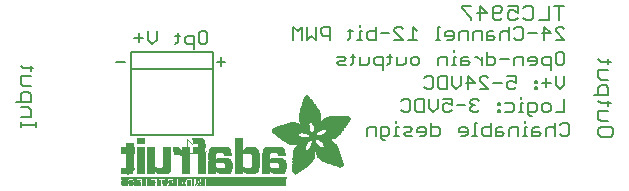
<source format=gbr>
G04 EAGLE Gerber RS-274X export*
G75*
%MOMM*%
%FSLAX34Y34*%
%LPD*%
%INSilkscreen Bottom*%
%IPPOS*%
%AMOC8*
5,1,8,0,0,1.08239X$1,22.5*%
G01*
%ADD10C,0.152400*%
%ADD11C,0.177800*%
%ADD12C,0.127000*%
%ADD13C,0.101600*%
%ADD14R,6.839700X0.016800*%
%ADD15R,0.268300X0.016800*%
%ADD16R,0.268200X0.016800*%
%ADD17R,0.251500X0.016800*%
%ADD18R,0.301800X0.016800*%
%ADD19R,0.251400X0.016800*%
%ADD20R,0.285000X0.016800*%
%ADD21R,0.301700X0.016800*%
%ADD22R,0.419100X0.016800*%
%ADD23R,0.318500X0.016800*%
%ADD24R,0.586700X0.016800*%
%ADD25R,0.586800X0.016800*%
%ADD26R,6.839700X0.016700*%
%ADD27R,0.268300X0.016700*%
%ADD28R,0.251400X0.016700*%
%ADD29R,0.251500X0.016700*%
%ADD30R,0.301800X0.016700*%
%ADD31R,0.285000X0.016700*%
%ADD32R,0.301700X0.016700*%
%ADD33R,0.419100X0.016700*%
%ADD34R,0.318500X0.016700*%
%ADD35R,0.586700X0.016700*%
%ADD36R,0.586800X0.016700*%
%ADD37R,0.318600X0.016800*%
%ADD38R,0.569900X0.016800*%
%ADD39R,0.335300X0.016800*%
%ADD40R,0.234700X0.016800*%
%ADD41R,0.234700X0.016700*%
%ADD42R,0.016700X0.016700*%
%ADD43R,0.318600X0.016700*%
%ADD44R,0.569900X0.016700*%
%ADD45R,0.335300X0.016700*%
%ADD46R,0.217900X0.016800*%
%ADD47R,0.033500X0.016800*%
%ADD48R,0.570000X0.016800*%
%ADD49R,0.201100X0.016700*%
%ADD50R,0.050300X0.016700*%
%ADD51R,0.670500X0.016700*%
%ADD52R,1.005800X0.016700*%
%ADD53R,0.570000X0.016700*%
%ADD54R,0.201100X0.016800*%
%ADD55R,0.067000X0.016800*%
%ADD56R,0.670500X0.016800*%
%ADD57R,1.005800X0.016800*%
%ADD58R,0.184400X0.016800*%
%ADD59R,0.989000X0.016800*%
%ADD60R,0.184400X0.016700*%
%ADD61R,0.067000X0.016700*%
%ADD62R,0.989000X0.016700*%
%ADD63R,0.167600X0.016800*%
%ADD64R,0.083800X0.016800*%
%ADD65R,0.637000X0.016800*%
%ADD66R,0.955500X0.016800*%
%ADD67R,0.150800X0.016800*%
%ADD68R,0.100600X0.016800*%
%ADD69R,0.536400X0.016800*%
%ADD70R,0.854900X0.016800*%
%ADD71R,0.150800X0.016700*%
%ADD72R,0.100600X0.016700*%
%ADD73R,0.352000X0.016700*%
%ADD74R,0.435900X0.016700*%
%ADD75R,0.402400X0.016700*%
%ADD76R,0.368800X0.016700*%
%ADD77R,0.134100X0.016800*%
%ADD78R,0.117300X0.016800*%
%ADD79R,0.435900X0.016800*%
%ADD80R,0.368900X0.016800*%
%ADD81R,0.603500X0.016800*%
%ADD82R,0.134100X0.016700*%
%ADD83R,0.117300X0.016700*%
%ADD84R,0.452600X0.016700*%
%ADD85R,0.620300X0.016700*%
%ADD86R,0.284900X0.016800*%
%ADD87R,0.486200X0.016800*%
%ADD88R,0.653800X0.016800*%
%ADD89R,0.804700X0.016800*%
%ADD90R,0.150900X0.016700*%
%ADD91R,0.268200X0.016700*%
%ADD92R,0.737600X0.016700*%
%ADD93R,0.603500X0.016700*%
%ADD94R,0.922000X0.016700*%
%ADD95R,0.150900X0.016800*%
%ADD96R,0.821400X0.016800*%
%ADD97R,0.972300X0.016800*%
%ADD98R,0.989100X0.016800*%
%ADD99R,0.083800X0.016700*%
%ADD100R,0.167600X0.016700*%
%ADD101R,0.821400X0.016700*%
%ADD102R,0.989100X0.016700*%
%ADD103R,0.201200X0.016700*%
%ADD104R,0.050300X0.016800*%
%ADD105R,0.201200X0.016800*%
%ADD106R,0.217900X0.016700*%
%ADD107R,0.284900X0.016700*%
%ADD108R,0.352100X0.016800*%
%ADD109R,0.620300X0.016800*%
%ADD110R,0.385600X0.016800*%
%ADD111R,0.335200X0.016800*%
%ADD112R,0.385600X0.016700*%
%ADD113R,0.687400X0.016700*%
%ADD114R,13.998000X0.016800*%
%ADD115R,13.998000X0.016700*%
%ADD116R,0.637000X0.016700*%
%ADD117R,0.486100X0.016700*%
%ADD118R,0.637100X0.016700*%
%ADD119R,0.519700X0.016700*%
%ADD120R,0.536500X0.016700*%
%ADD121R,0.787900X0.016800*%
%ADD122R,0.687400X0.016800*%
%ADD123R,0.771200X0.016800*%
%ADD124R,0.637100X0.016800*%
%ADD125R,0.720800X0.016800*%
%ADD126R,0.704100X0.016800*%
%ADD127R,0.754400X0.016800*%
%ADD128R,0.838200X0.016700*%
%ADD129R,0.871800X0.016700*%
%ADD130R,0.871700X0.016700*%
%ADD131R,0.402400X0.016800*%
%ADD132R,0.922100X0.016800*%
%ADD133R,0.938800X0.016800*%
%ADD134R,0.938800X0.016700*%
%ADD135R,1.022600X0.016700*%
%ADD136R,0.972400X0.016700*%
%ADD137R,0.972300X0.016700*%
%ADD138R,0.469400X0.016800*%
%ADD139R,1.072900X0.016800*%
%ADD140R,1.022600X0.016800*%
%ADD141R,1.005900X0.016800*%
%ADD142R,0.502900X0.016800*%
%ADD143R,1.123200X0.016800*%
%ADD144R,1.056200X0.016800*%
%ADD145R,1.123100X0.016800*%
%ADD146R,1.139900X0.016700*%
%ADD147R,1.089600X0.016700*%
%ADD148R,0.553200X0.016800*%
%ADD149R,1.190200X0.016800*%
%ADD150R,1.190300X0.016800*%
%ADD151R,1.039400X0.016800*%
%ADD152R,1.223700X0.016800*%
%ADD153R,1.173500X0.016800*%
%ADD154R,1.223800X0.016800*%
%ADD155R,1.240500X0.016700*%
%ADD156R,1.173500X0.016700*%
%ADD157R,1.240600X0.016700*%
%ADD158R,1.190300X0.016700*%
%ADD159R,1.056200X0.016700*%
%ADD160R,1.274100X0.016800*%
%ADD161R,1.274000X0.016800*%
%ADD162R,1.307600X0.016800*%
%ADD163R,1.257300X0.016800*%
%ADD164R,1.324400X0.016800*%
%ADD165R,0.687300X0.016700*%
%ADD166R,1.324400X0.016700*%
%ADD167R,1.307500X0.016700*%
%ADD168R,1.274100X0.016700*%
%ADD169R,1.072900X0.016700*%
%ADD170R,2.011600X0.016800*%
%ADD171R,1.324300X0.016800*%
%ADD172R,1.978100X0.016800*%
%ADD173R,2.011600X0.016700*%
%ADD174R,1.357900X0.016700*%
%ADD175R,1.994900X0.016700*%
%ADD176R,1.341200X0.016700*%
%ADD177R,1.089700X0.016700*%
%ADD178R,0.754300X0.016800*%
%ADD179R,1.994900X0.016800*%
%ADD180R,1.995000X0.016800*%
%ADD181R,1.089700X0.016800*%
%ADD182R,0.787900X0.016700*%
%ADD183R,1.995000X0.016700*%
%ADD184R,2.028400X0.016800*%
%ADD185R,2.011700X0.016800*%
%ADD186R,1.106500X0.016800*%
%ADD187R,2.028400X0.016700*%
%ADD188R,2.011700X0.016700*%
%ADD189R,1.106500X0.016700*%
%ADD190R,0.888400X0.016800*%
%ADD191R,0.922000X0.016800*%
%ADD192R,0.938700X0.016700*%
%ADD193R,2.045200X0.016800*%
%ADD194R,0.938700X0.016800*%
%ADD195R,0.670600X0.016700*%
%ADD196R,0.888500X0.016700*%
%ADD197R,2.045200X0.016700*%
%ADD198R,0.888400X0.016700*%
%ADD199R,0.804600X0.016800*%
%ADD200R,2.028500X0.016800*%
%ADD201R,1.056100X0.016700*%
%ADD202R,0.771100X0.016700*%
%ADD203R,0.754300X0.016700*%
%ADD204R,2.028500X0.016700*%
%ADD205R,0.737700X0.016700*%
%ADD206R,1.072800X0.016800*%
%ADD207R,0.871700X0.016800*%
%ADD208R,0.737600X0.016800*%
%ADD209R,0.871800X0.016800*%
%ADD210R,1.089600X0.016800*%
%ADD211R,0.704000X0.016800*%
%ADD212R,0.687300X0.016800*%
%ADD213R,0.670600X0.016800*%
%ADD214R,1.123100X0.016700*%
%ADD215R,0.720800X0.016700*%
%ADD216R,0.653700X0.016700*%
%ADD217R,0.653800X0.016700*%
%ADD218R,1.139900X0.016800*%
%ADD219R,1.173400X0.016800*%
%ADD220R,1.190200X0.016700*%
%ADD221R,1.207000X0.016800*%
%ADD222R,1.240500X0.016800*%
%ADD223R,0.469400X0.016700*%
%ADD224R,1.274000X0.016700*%
%ADD225R,0.519600X0.016800*%
%ADD226R,1.341100X0.016800*%
%ADD227R,0.771200X0.016700*%
%ADD228R,1.374600X0.016700*%
%ADD229R,0.838200X0.016800*%
%ADD230R,1.391400X0.016800*%
%ADD231R,1.424900X0.016800*%
%ADD232R,1.441700X0.016700*%
%ADD233R,1.475200X0.016800*%
%ADD234R,1.491900X0.016700*%
%ADD235R,1.525500X0.016800*%
%ADD236R,1.559000X0.016700*%
%ADD237R,1.575800X0.016800*%
%ADD238R,1.307600X0.016700*%
%ADD239R,1.592500X0.016700*%
%ADD240R,1.374700X0.016800*%
%ADD241R,1.609300X0.016800*%
%ADD242R,1.408200X0.016800*%
%ADD243R,1.626100X0.016800*%
%ADD244R,1.626100X0.016700*%
%ADD245R,1.508800X0.016800*%
%ADD246R,1.659600X0.016800*%
%ADD247R,1.559000X0.016800*%
%ADD248R,1.676400X0.016800*%
%ADD249R,1.575800X0.016700*%
%ADD250R,1.676400X0.016700*%
%ADD251R,1.978100X0.016700*%
%ADD252R,1.693100X0.016800*%
%ADD253R,1.642800X0.016800*%
%ADD254R,1.709900X0.016800*%
%ADD255R,1.961300X0.016800*%
%ADD256R,1.726600X0.016700*%
%ADD257R,1.961300X0.016700*%
%ADD258R,1.693200X0.016800*%
%ADD259R,1.726600X0.016800*%
%ADD260R,1.944600X0.016800*%
%ADD261R,1.726700X0.016700*%
%ADD262R,1.743400X0.016700*%
%ADD263R,1.944600X0.016700*%
%ADD264R,1.726700X0.016800*%
%ADD265R,1.760200X0.016800*%
%ADD266R,1.927800X0.016800*%
%ADD267R,1.911000X0.016800*%
%ADD268R,1.793700X0.016700*%
%ADD269R,1.776900X0.016700*%
%ADD270R,1.911100X0.016700*%
%ADD271R,1.894300X0.016700*%
%ADD272R,1.793800X0.016800*%
%ADD273R,1.776900X0.016800*%
%ADD274R,1.911100X0.016800*%
%ADD275R,1.894300X0.016800*%
%ADD276R,1.827300X0.016800*%
%ADD277R,1.810500X0.016800*%
%ADD278R,1.877500X0.016800*%
%ADD279R,1.844100X0.016700*%
%ADD280R,1.810500X0.016700*%
%ADD281R,1.860800X0.016700*%
%ADD282R,1.844000X0.016700*%
%ADD283R,1.860900X0.016800*%
%ADD284R,1.844000X0.016800*%
%ADD285R,1.827200X0.016800*%
%ADD286R,1.860800X0.016800*%
%ADD287R,1.793700X0.016800*%
%ADD288R,1.877600X0.016700*%
%ADD289R,1.827200X0.016700*%
%ADD290R,1.927800X0.016700*%
%ADD291R,1.927900X0.016800*%
%ADD292R,1.944700X0.016700*%
%ADD293R,1.877500X0.016700*%
%ADD294R,1.961400X0.016800*%
%ADD295R,1.961400X0.016700*%
%ADD296R,1.978200X0.016800*%
%ADD297R,1.911000X0.016700*%
%ADD298R,0.620200X0.016800*%
%ADD299R,1.425000X0.016800*%
%ADD300R,0.620200X0.016700*%
%ADD301R,1.425000X0.016700*%
%ADD302R,0.653700X0.016800*%
%ADD303R,0.704100X0.016700*%
%ADD304R,0.804700X0.016700*%
%ADD305R,0.905200X0.016800*%
%ADD306R,1.894400X0.016800*%
%ADD307R,1.927900X0.016700*%
%ADD308R,1.877600X0.016800*%
%ADD309R,3.889300X0.016800*%
%ADD310R,3.872500X0.016700*%
%ADD311R,3.872500X0.016800*%
%ADD312R,3.855700X0.016700*%
%ADD313R,0.754400X0.016700*%
%ADD314R,3.855700X0.016800*%
%ADD315R,3.839000X0.016800*%
%ADD316R,0.720900X0.016800*%
%ADD317R,3.822200X0.016700*%
%ADD318R,2.715700X0.016800*%
%ADD319R,2.632000X0.016800*%
%ADD320R,1.290800X0.016800*%
%ADD321R,2.615200X0.016700*%
%ADD322R,1.257300X0.016700*%
%ADD323R,2.581700X0.016800*%
%ADD324R,1.240600X0.016800*%
%ADD325R,2.564900X0.016800*%
%ADD326R,1.760300X0.016800*%
%ADD327R,2.531400X0.016700*%
%ADD328R,1.156700X0.016700*%
%ADD329R,2.514600X0.016800*%
%ADD330R,0.955600X0.016800*%
%ADD331R,2.497800X0.016800*%
%ADD332R,1.659700X0.016800*%
%ADD333R,2.464300X0.016700*%
%ADD334R,1.039300X0.016700*%
%ADD335R,2.447500X0.016800*%
%ADD336R,1.592500X0.016800*%
%ADD337R,0.536500X0.016800*%
%ADD338R,2.430800X0.016700*%
%ADD339R,1.559100X0.016700*%
%ADD340R,1.542300X0.016700*%
%ADD341R,0.502900X0.016700*%
%ADD342R,2.414000X0.016800*%
%ADD343R,0.905300X0.016800*%
%ADD344R,1.508700X0.016800*%
%ADD345R,0.888500X0.016800*%
%ADD346R,2.397300X0.016800*%
%ADD347R,1.441700X0.016800*%
%ADD348R,0.452700X0.016800*%
%ADD349R,1.290900X0.016700*%
%ADD350R,1.156700X0.016800*%
%ADD351R,0.855000X0.016800*%
%ADD352R,1.123200X0.016700*%
%ADD353R,0.720900X0.016700*%
%ADD354R,1.106400X0.016800*%
%ADD355R,1.106400X0.016700*%
%ADD356R,0.771100X0.016800*%
%ADD357R,0.435800X0.016700*%
%ADD358R,1.592600X0.016700*%
%ADD359R,0.435800X0.016800*%
%ADD360R,1.642900X0.016800*%
%ADD361R,0.402300X0.016800*%
%ADD362R,1.793800X0.016700*%
%ADD363R,0.368800X0.016800*%
%ADD364R,1.056100X0.016800*%
%ADD365R,1.039400X0.016700*%
%ADD366R,2.078800X0.016800*%
%ADD367R,0.335200X0.016700*%
%ADD368R,2.145800X0.016700*%
%ADD369R,2.162600X0.016800*%
%ADD370R,0.352000X0.016800*%
%ADD371R,2.212800X0.016800*%
%ADD372R,2.279900X0.016700*%
%ADD373R,2.330200X0.016800*%
%ADD374R,2.799500X0.016800*%
%ADD375R,2.816300X0.016700*%
%ADD376R,0.955500X0.016700*%
%ADD377R,2.849900X0.016800*%
%ADD378R,2.916900X0.016800*%
%ADD379R,4.224500X0.016700*%
%ADD380R,4.291600X0.016800*%
%ADD381R,4.409000X0.016800*%
%ADD382R,4.509500X0.016700*%
%ADD383R,4.526300X0.016800*%
%ADD384R,4.626800X0.016700*%
%ADD385R,4.693900X0.016800*%
%ADD386R,4.727400X0.016800*%
%ADD387R,2.548200X0.016700*%
%ADD388R,2.179300X0.016700*%
%ADD389R,2.430800X0.016800*%
%ADD390R,2.414000X0.016700*%
%ADD391R,2.414100X0.016800*%
%ADD392R,2.430700X0.016700*%
%ADD393R,2.447600X0.016700*%
%ADD394R,1.559100X0.016800*%
%ADD395R,1.525500X0.016700*%
%ADD396R,1.492000X0.016800*%
%ADD397R,1.491900X0.016800*%
%ADD398R,1.458500X0.016700*%
%ADD399R,2.061900X0.016800*%
%ADD400R,1.408100X0.016700*%
%ADD401R,0.905200X0.016700*%
%ADD402R,2.112300X0.016700*%
%ADD403R,2.179300X0.016800*%
%ADD404R,1.408200X0.016700*%
%ADD405R,2.212900X0.016700*%
%ADD406R,1.140000X0.016800*%
%ADD407R,3.319300X0.016800*%
%ADD408R,1.374700X0.016700*%
%ADD409R,0.402300X0.016700*%
%ADD410R,3.302500X0.016700*%
%ADD411R,3.285700X0.016800*%
%ADD412R,1.357900X0.016800*%
%ADD413R,3.269000X0.016800*%
%ADD414R,3.285800X0.016700*%
%ADD415R,3.268900X0.016800*%
%ADD416R,0.452700X0.016700*%
%ADD417R,3.268900X0.016700*%
%ADD418R,1.391400X0.016700*%
%ADD419R,3.269000X0.016700*%
%ADD420R,1.374600X0.016800*%
%ADD421R,0.519700X0.016800*%
%ADD422R,3.252200X0.016800*%
%ADD423R,3.235400X0.016800*%
%ADD424R,3.235400X0.016700*%
%ADD425R,3.218600X0.016800*%
%ADD426R,3.201900X0.016800*%
%ADD427R,3.201900X0.016700*%
%ADD428R,1.458500X0.016800*%
%ADD429R,1.525600X0.016800*%
%ADD430R,3.185100X0.016800*%
%ADD431R,2.531300X0.016700*%
%ADD432R,3.168400X0.016700*%
%ADD433R,2.531300X0.016800*%
%ADD434R,3.151600X0.016800*%
%ADD435R,2.548100X0.016800*%
%ADD436R,3.134900X0.016800*%
%ADD437R,2.564900X0.016700*%
%ADD438R,3.118100X0.016700*%
%ADD439R,2.581600X0.016800*%
%ADD440R,3.101400X0.016800*%
%ADD441R,2.598400X0.016700*%
%ADD442R,3.067900X0.016700*%
%ADD443R,2.598400X0.016800*%
%ADD444R,3.034300X0.016800*%
%ADD445R,2.615100X0.016800*%
%ADD446R,3.000800X0.016800*%
%ADD447R,2.631900X0.016700*%
%ADD448R,2.950500X0.016700*%
%ADD449R,2.648700X0.016800*%
%ADD450R,2.900200X0.016800*%
%ADD451R,2.665500X0.016800*%
%ADD452R,2.682200X0.016700*%
%ADD453R,2.799600X0.016700*%
%ADD454R,2.699000X0.016800*%
%ADD455R,2.732500X0.016800*%
%ADD456R,2.749300X0.016700*%
%ADD457R,2.632000X0.016700*%
%ADD458R,2.749300X0.016800*%
%ADD459R,2.766100X0.016700*%
%ADD460R,2.766100X0.016800*%
%ADD461R,2.481100X0.016800*%
%ADD462R,2.782900X0.016800*%
%ADD463R,2.380500X0.016700*%
%ADD464R,2.833100X0.016800*%
%ADD465R,1.592600X0.016800*%
%ADD466R,2.849900X0.016700*%
%ADD467R,2.883400X0.016800*%
%ADD468R,2.917000X0.016700*%
%ADD469R,2.933700X0.016800*%
%ADD470R,2.967200X0.016800*%
%ADD471R,2.967200X0.016700*%
%ADD472R,3.017500X0.016700*%
%ADD473R,3.051000X0.016800*%
%ADD474R,0.788000X0.016800*%
%ADD475R,3.084600X0.016800*%
%ADD476R,2.397300X0.016700*%
%ADD477R,2.397200X0.016800*%
%ADD478R,1.760200X0.016700*%
%ADD479R,2.397200X0.016700*%
%ADD480R,1.827300X0.016700*%
%ADD481R,2.380500X0.016800*%
%ADD482R,2.363700X0.016800*%
%ADD483R,2.363700X0.016700*%
%ADD484R,2.346900X0.016800*%
%ADD485R,2.296600X0.016700*%
%ADD486R,2.279900X0.016800*%
%ADD487R,2.246300X0.016800*%
%ADD488R,2.229600X0.016700*%
%ADD489R,2.129100X0.016800*%
%ADD490R,2.112300X0.016800*%
%ADD491R,1.609300X0.016700*%
%ADD492R,1.743400X0.016800*%
%ADD493R,1.693100X0.016700*%
%ADD494R,1.659700X0.016700*%
%ADD495R,1.575900X0.016800*%
%ADD496R,1.575900X0.016700*%
%ADD497R,1.475200X0.016700*%
%ADD498R,1.324300X0.016700*%
%ADD499R,1.290800X0.016700*%
%ADD500R,1.207000X0.016700*%
%ADD501R,0.854900X0.016700*%
%ADD502R,0.821500X0.016700*%
%ADD503R,0.821500X0.016800*%
%ADD504R,0.218000X0.016800*%


D10*
X157475Y180858D02*
X161204Y180858D01*
X163068Y178993D01*
X163068Y171536D01*
X161204Y169672D01*
X157475Y169672D01*
X155611Y171536D01*
X155611Y178993D01*
X157475Y180858D01*
X151374Y177129D02*
X151374Y165944D01*
X151374Y177129D02*
X145781Y177129D01*
X143917Y175265D01*
X143917Y171536D01*
X145781Y169672D01*
X151374Y169672D01*
X137816Y171536D02*
X137816Y178993D01*
X137816Y171536D02*
X135952Y169672D01*
X135952Y177129D02*
X139680Y177129D01*
X120190Y180858D02*
X120190Y173401D01*
X116462Y169672D01*
X112733Y173401D01*
X112733Y180858D01*
X108496Y175265D02*
X101039Y175265D01*
X104768Y178993D02*
X104768Y171536D01*
X170851Y154945D02*
X178308Y154945D01*
X174580Y158673D02*
X174580Y151216D01*
X93218Y154945D02*
X85761Y154945D01*
X457871Y173482D02*
X465328Y173482D01*
X457871Y180939D01*
X457871Y182803D01*
X459735Y184668D01*
X463464Y184668D01*
X465328Y182803D01*
X448041Y184668D02*
X448041Y173482D01*
X453634Y179075D02*
X448041Y184668D01*
X446177Y179075D02*
X453634Y179075D01*
X441940Y179075D02*
X434483Y179075D01*
X424653Y184668D02*
X422789Y182803D01*
X424653Y184668D02*
X428382Y184668D01*
X430246Y182803D01*
X430246Y175346D01*
X428382Y173482D01*
X424653Y173482D01*
X422789Y175346D01*
X418552Y173482D02*
X418552Y184668D01*
X416688Y180939D02*
X418552Y179075D01*
X416688Y180939D02*
X412959Y180939D01*
X411095Y179075D01*
X411095Y173482D01*
X404994Y180939D02*
X401265Y180939D01*
X399401Y179075D01*
X399401Y173482D01*
X404994Y173482D01*
X406858Y175346D01*
X404994Y177211D01*
X399401Y177211D01*
X395164Y180939D02*
X395164Y173482D01*
X395164Y180939D02*
X389571Y180939D01*
X387707Y179075D01*
X387707Y173482D01*
X383470Y173482D02*
X383470Y180939D01*
X377877Y180939D01*
X376013Y179075D01*
X376013Y173482D01*
X369912Y173482D02*
X366184Y173482D01*
X369912Y173482D02*
X371776Y175346D01*
X371776Y179075D01*
X369912Y180939D01*
X366184Y180939D01*
X364319Y179075D01*
X364319Y177211D01*
X371776Y177211D01*
X360082Y184668D02*
X358218Y184668D01*
X358218Y173482D01*
X360082Y173482D02*
X356354Y173482D01*
X340592Y180939D02*
X336864Y184668D01*
X336864Y173482D01*
X340592Y173482D02*
X333135Y173482D01*
X328898Y173482D02*
X321441Y173482D01*
X328898Y173482D02*
X321441Y180939D01*
X321441Y182803D01*
X323306Y184668D01*
X327034Y184668D01*
X328898Y182803D01*
X317204Y179075D02*
X309747Y179075D01*
X305510Y184668D02*
X305510Y173482D01*
X299918Y173482D01*
X298053Y175346D01*
X298053Y179075D01*
X299918Y180939D01*
X305510Y180939D01*
X293816Y180939D02*
X291952Y180939D01*
X291952Y173482D01*
X293816Y173482D02*
X290088Y173482D01*
X291952Y184668D02*
X291952Y186532D01*
X284156Y182803D02*
X284156Y175346D01*
X282292Y173482D01*
X282292Y180939D02*
X286021Y180939D01*
X266531Y184668D02*
X266531Y173482D01*
X266531Y184668D02*
X260938Y184668D01*
X259074Y182803D01*
X259074Y179075D01*
X260938Y177211D01*
X266531Y177211D01*
X254837Y173482D02*
X254837Y184668D01*
X251108Y177211D02*
X254837Y173482D01*
X251108Y177211D02*
X247380Y173482D01*
X247380Y184668D01*
X243143Y184668D02*
X243143Y173482D01*
X239414Y180939D02*
X243143Y184668D01*
X239414Y180939D02*
X235686Y184668D01*
X235686Y173482D01*
D11*
X461049Y190119D02*
X461049Y202576D01*
X465201Y202576D02*
X456897Y202576D01*
X452104Y202576D02*
X452104Y190119D01*
X443799Y190119D01*
X432778Y202576D02*
X430702Y200500D01*
X432778Y202576D02*
X436930Y202576D01*
X439007Y200500D01*
X439007Y192195D01*
X436930Y190119D01*
X432778Y190119D01*
X430702Y192195D01*
X425909Y202576D02*
X417605Y202576D01*
X425909Y202576D02*
X425909Y196347D01*
X421757Y198423D01*
X419681Y198423D01*
X417605Y196347D01*
X417605Y192195D01*
X419681Y190119D01*
X423833Y190119D01*
X425909Y192195D01*
X412812Y192195D02*
X410736Y190119D01*
X406584Y190119D01*
X404508Y192195D01*
X404508Y200500D01*
X406584Y202576D01*
X410736Y202576D01*
X412812Y200500D01*
X412812Y198423D01*
X410736Y196347D01*
X404508Y196347D01*
X393486Y190119D02*
X393486Y202576D01*
X399715Y196347D01*
X391410Y196347D01*
X386618Y202576D02*
X378313Y202576D01*
X378313Y200500D01*
X386618Y192195D01*
X386618Y190119D01*
D10*
X465328Y142758D02*
X465328Y135301D01*
X461600Y131572D01*
X457871Y135301D01*
X457871Y142758D01*
X453634Y137165D02*
X446177Y137165D01*
X449906Y140893D02*
X449906Y133436D01*
X441940Y139029D02*
X440076Y139029D01*
X440076Y137165D01*
X441940Y137165D01*
X441940Y139029D01*
X441940Y133436D02*
X440076Y133436D01*
X440076Y131572D01*
X441940Y131572D01*
X441940Y133436D01*
X424399Y142758D02*
X416942Y142758D01*
X424399Y142758D02*
X424399Y137165D01*
X420671Y139029D01*
X418806Y139029D01*
X416942Y137165D01*
X416942Y133436D01*
X418806Y131572D01*
X422535Y131572D01*
X424399Y133436D01*
X412705Y137165D02*
X405248Y137165D01*
X401011Y131572D02*
X393554Y131572D01*
X401011Y131572D02*
X393554Y139029D01*
X393554Y140893D01*
X395418Y142758D01*
X399147Y142758D01*
X401011Y140893D01*
X383724Y142758D02*
X383724Y131572D01*
X389317Y137165D02*
X383724Y142758D01*
X381860Y137165D02*
X389317Y137165D01*
X377623Y135301D02*
X377623Y142758D01*
X377623Y135301D02*
X373895Y131572D01*
X370166Y135301D01*
X370166Y142758D01*
X365929Y142758D02*
X365929Y131572D01*
X360337Y131572D01*
X358472Y133436D01*
X358472Y140893D01*
X360337Y142758D01*
X365929Y142758D01*
X348643Y142758D02*
X346778Y140893D01*
X348643Y142758D02*
X352371Y142758D01*
X354235Y140893D01*
X354235Y133436D01*
X352371Y131572D01*
X348643Y131572D01*
X346778Y133436D01*
X465328Y123708D02*
X465328Y112522D01*
X457871Y112522D01*
X451770Y112522D02*
X448041Y112522D01*
X446177Y114386D01*
X446177Y118115D01*
X448041Y119979D01*
X451770Y119979D01*
X453634Y118115D01*
X453634Y114386D01*
X451770Y112522D01*
X438212Y108794D02*
X436347Y108794D01*
X434483Y110658D01*
X434483Y119979D01*
X440076Y119979D01*
X441940Y118115D01*
X441940Y114386D01*
X440076Y112522D01*
X434483Y112522D01*
X430246Y119979D02*
X428382Y119979D01*
X428382Y112522D01*
X430246Y112522D02*
X426518Y112522D01*
X428382Y123708D02*
X428382Y125572D01*
X420586Y119979D02*
X414993Y119979D01*
X420586Y119979D02*
X422450Y118115D01*
X422450Y114386D01*
X420586Y112522D01*
X414993Y112522D01*
X410756Y119979D02*
X408892Y119979D01*
X408892Y118115D01*
X410756Y118115D01*
X410756Y119979D01*
X410756Y114386D02*
X408892Y114386D01*
X408892Y112522D01*
X410756Y112522D01*
X410756Y114386D01*
X393215Y121843D02*
X391351Y123708D01*
X387622Y123708D01*
X385758Y121843D01*
X385758Y119979D01*
X387622Y118115D01*
X389487Y118115D01*
X387622Y118115D02*
X385758Y116251D01*
X385758Y114386D01*
X387622Y112522D01*
X391351Y112522D01*
X393215Y114386D01*
X381521Y118115D02*
X374064Y118115D01*
X369827Y123708D02*
X362370Y123708D01*
X369827Y123708D02*
X369827Y118115D01*
X366099Y119979D01*
X364235Y119979D01*
X362370Y118115D01*
X362370Y114386D01*
X364235Y112522D01*
X367963Y112522D01*
X369827Y114386D01*
X358133Y116251D02*
X358133Y123708D01*
X358133Y116251D02*
X354405Y112522D01*
X350676Y116251D01*
X350676Y123708D01*
X346439Y123708D02*
X346439Y112522D01*
X340847Y112522D01*
X338982Y114386D01*
X338982Y121843D01*
X340847Y123708D01*
X346439Y123708D01*
X329153Y123708D02*
X327288Y121843D01*
X329153Y123708D02*
X332881Y123708D01*
X334745Y121843D01*
X334745Y114386D01*
X332881Y112522D01*
X329153Y112522D01*
X327288Y114386D01*
D11*
X5207Y103664D02*
X5207Y99512D01*
X5207Y101588D02*
X17664Y101588D01*
X17664Y99512D02*
X17664Y103664D01*
X13511Y108243D02*
X5207Y108243D01*
X13511Y108243D02*
X13511Y114471D01*
X11435Y116548D01*
X5207Y116548D01*
X1055Y121340D02*
X13511Y121340D01*
X13511Y127569D01*
X11435Y129645D01*
X7283Y129645D01*
X5207Y127569D01*
X5207Y121340D01*
X7283Y134438D02*
X13511Y134438D01*
X7283Y134438D02*
X5207Y136514D01*
X5207Y142742D01*
X13511Y142742D01*
X15588Y149611D02*
X7283Y149611D01*
X5207Y151687D01*
X13511Y151687D02*
X13511Y147535D01*
X506614Y97921D02*
X506614Y93769D01*
X504538Y91693D01*
X496233Y91693D01*
X494157Y93769D01*
X494157Y97921D01*
X496233Y99997D01*
X504538Y99997D01*
X506614Y97921D01*
X502461Y104790D02*
X496233Y104790D01*
X494157Y106866D01*
X494157Y113095D01*
X502461Y113095D01*
X504538Y119964D02*
X496233Y119964D01*
X494157Y122040D01*
X502461Y122040D02*
X502461Y117887D01*
X502461Y126619D02*
X490005Y126619D01*
X502461Y126619D02*
X502461Y132847D01*
X500385Y134923D01*
X496233Y134923D01*
X494157Y132847D01*
X494157Y126619D01*
X496233Y139716D02*
X502461Y139716D01*
X496233Y139716D02*
X494157Y141792D01*
X494157Y148021D01*
X502461Y148021D01*
X504538Y154890D02*
X496233Y154890D01*
X494157Y156966D01*
X502461Y156966D02*
X502461Y152813D01*
D10*
X463545Y103388D02*
X461681Y101523D01*
X463545Y103388D02*
X467274Y103388D01*
X469138Y101523D01*
X469138Y94066D01*
X467274Y92202D01*
X463545Y92202D01*
X461681Y94066D01*
X457444Y92202D02*
X457444Y103388D01*
X455580Y99659D02*
X457444Y97795D01*
X455580Y99659D02*
X451851Y99659D01*
X449987Y97795D01*
X449987Y92202D01*
X443886Y99659D02*
X440157Y99659D01*
X438293Y97795D01*
X438293Y92202D01*
X443886Y92202D01*
X445750Y94066D01*
X443886Y95931D01*
X438293Y95931D01*
X434056Y99659D02*
X432192Y99659D01*
X432192Y92202D01*
X434056Y92202D02*
X430328Y92202D01*
X432192Y103388D02*
X432192Y105252D01*
X426260Y99659D02*
X426260Y92202D01*
X426260Y99659D02*
X420667Y99659D01*
X418803Y97795D01*
X418803Y92202D01*
X412702Y99659D02*
X408973Y99659D01*
X407109Y97795D01*
X407109Y92202D01*
X412702Y92202D01*
X414566Y94066D01*
X412702Y95931D01*
X407109Y95931D01*
X402872Y92202D02*
X402872Y103388D01*
X402872Y92202D02*
X397279Y92202D01*
X395415Y94066D01*
X395415Y97795D01*
X397279Y99659D01*
X402872Y99659D01*
X391178Y103388D02*
X389314Y103388D01*
X389314Y92202D01*
X391178Y92202D02*
X387450Y92202D01*
X381518Y92202D02*
X377790Y92202D01*
X381518Y92202D02*
X383382Y94066D01*
X383382Y97795D01*
X381518Y99659D01*
X377790Y99659D01*
X375925Y97795D01*
X375925Y95931D01*
X383382Y95931D01*
X352537Y92202D02*
X352537Y103388D01*
X352537Y92202D02*
X358130Y92202D01*
X359994Y94066D01*
X359994Y97795D01*
X358130Y99659D01*
X352537Y99659D01*
X346436Y92202D02*
X342708Y92202D01*
X346436Y92202D02*
X348300Y94066D01*
X348300Y97795D01*
X346436Y99659D01*
X342708Y99659D01*
X340843Y97795D01*
X340843Y95931D01*
X348300Y95931D01*
X336606Y92202D02*
X331014Y92202D01*
X329149Y94066D01*
X331014Y95931D01*
X334742Y95931D01*
X336606Y97795D01*
X334742Y99659D01*
X329149Y99659D01*
X324912Y99659D02*
X323048Y99659D01*
X323048Y92202D01*
X324912Y92202D02*
X321184Y92202D01*
X323048Y103388D02*
X323048Y105252D01*
X313388Y88474D02*
X311524Y88474D01*
X309659Y90338D01*
X309659Y99659D01*
X315252Y99659D01*
X317116Y97795D01*
X317116Y94066D01*
X315252Y92202D01*
X309659Y92202D01*
X305422Y92202D02*
X305422Y99659D01*
X299830Y99659D01*
X297965Y97795D01*
X297965Y92202D01*
X459735Y163078D02*
X463464Y163078D01*
X465328Y161213D01*
X465328Y153756D01*
X463464Y151892D01*
X459735Y151892D01*
X457871Y153756D01*
X457871Y161213D01*
X459735Y163078D01*
X453634Y159349D02*
X453634Y148164D01*
X453634Y159349D02*
X448041Y159349D01*
X446177Y157485D01*
X446177Y153756D01*
X448041Y151892D01*
X453634Y151892D01*
X440076Y151892D02*
X436347Y151892D01*
X440076Y151892D02*
X441940Y153756D01*
X441940Y157485D01*
X440076Y159349D01*
X436347Y159349D01*
X434483Y157485D01*
X434483Y155621D01*
X441940Y155621D01*
X430246Y159349D02*
X430246Y151892D01*
X430246Y159349D02*
X424653Y159349D01*
X422789Y157485D01*
X422789Y151892D01*
X418552Y157485D02*
X411095Y157485D01*
X399401Y163078D02*
X399401Y151892D01*
X404994Y151892D01*
X406858Y153756D01*
X406858Y157485D01*
X404994Y159349D01*
X399401Y159349D01*
X395164Y159349D02*
X395164Y151892D01*
X395164Y155621D02*
X391436Y159349D01*
X389571Y159349D01*
X383555Y159349D02*
X379826Y159349D01*
X377962Y157485D01*
X377962Y151892D01*
X383555Y151892D01*
X385419Y153756D01*
X383555Y155621D01*
X377962Y155621D01*
X373725Y159349D02*
X371861Y159349D01*
X371861Y151892D01*
X373725Y151892D02*
X369997Y151892D01*
X371861Y163078D02*
X371861Y164942D01*
X365929Y159349D02*
X365929Y151892D01*
X365929Y159349D02*
X360337Y159349D01*
X358472Y157485D01*
X358472Y151892D01*
X340677Y151892D02*
X336949Y151892D01*
X335084Y153756D01*
X335084Y157485D01*
X336949Y159349D01*
X340677Y159349D01*
X342541Y157485D01*
X342541Y153756D01*
X340677Y151892D01*
X330847Y153756D02*
X330847Y159349D01*
X330847Y153756D02*
X328983Y151892D01*
X323390Y151892D01*
X323390Y159349D01*
X317289Y161213D02*
X317289Y153756D01*
X315425Y151892D01*
X315425Y159349D02*
X319153Y159349D01*
X311357Y159349D02*
X311357Y148164D01*
X311357Y159349D02*
X305765Y159349D01*
X303900Y157485D01*
X303900Y153756D01*
X305765Y151892D01*
X311357Y151892D01*
X299663Y153756D02*
X299663Y159349D01*
X299663Y153756D02*
X297799Y151892D01*
X292206Y151892D01*
X292206Y159349D01*
X286105Y161213D02*
X286105Y153756D01*
X284241Y151892D01*
X284241Y159349D02*
X287970Y159349D01*
X280174Y151892D02*
X274581Y151892D01*
X272717Y153756D01*
X274581Y155621D01*
X278309Y155621D01*
X280174Y157485D01*
X278309Y159349D01*
X272717Y159349D01*
D12*
X98080Y149000D02*
X98080Y93000D01*
X98080Y149000D02*
X98080Y163000D01*
X168080Y163000D01*
X168080Y149000D01*
X168080Y93000D01*
X98080Y93000D01*
X98080Y149000D02*
X168080Y149000D01*
D13*
X161572Y79457D02*
X159623Y77508D01*
X157674Y77508D01*
X155725Y79457D01*
X155725Y89202D01*
X157674Y89202D02*
X153776Y89202D01*
X149878Y85304D02*
X145980Y89202D01*
X145980Y77508D01*
X149878Y77508D02*
X142082Y77508D01*
D14*
X195812Y49530D03*
D15*
X159266Y49530D03*
D16*
X155745Y49530D03*
D17*
X151303Y49530D03*
D15*
X147699Y49530D03*
D18*
X143675Y49530D03*
D19*
X139568Y49530D03*
D20*
X135712Y49530D03*
D21*
X131773Y49530D03*
D22*
X127163Y49530D03*
X121966Y49530D03*
D23*
X117272Y49530D03*
D20*
X113248Y49530D03*
X109393Y49530D03*
D24*
X103861Y49530D03*
D21*
X98413Y49530D03*
D25*
X92964Y49530D03*
D26*
X195812Y49698D03*
D27*
X159266Y49698D03*
D28*
X155829Y49698D03*
D29*
X151303Y49698D03*
D30*
X147531Y49698D03*
D31*
X143591Y49698D03*
D32*
X139652Y49698D03*
D31*
X135712Y49698D03*
D32*
X131773Y49698D03*
D33*
X127163Y49698D03*
X121966Y49698D03*
D34*
X117272Y49698D03*
D31*
X113248Y49698D03*
X109393Y49698D03*
D35*
X103861Y49698D03*
D34*
X98497Y49698D03*
D36*
X92964Y49698D03*
D14*
X195812Y49865D03*
D15*
X159266Y49865D03*
D19*
X155829Y49865D03*
D17*
X151303Y49865D03*
D37*
X147447Y49865D03*
D15*
X143508Y49865D03*
D23*
X139568Y49865D03*
D20*
X135712Y49865D03*
D23*
X131857Y49865D03*
D22*
X127163Y49865D03*
X121966Y49865D03*
D23*
X117272Y49865D03*
D20*
X113248Y49865D03*
X109393Y49865D03*
D38*
X103945Y49865D03*
D39*
X98413Y49865D03*
D25*
X92964Y49865D03*
D14*
X195812Y50033D03*
D15*
X159266Y50033D03*
D40*
X155913Y50033D03*
D17*
X151303Y50033D03*
D37*
X147447Y50033D03*
D15*
X143508Y50033D03*
D23*
X139568Y50033D03*
D19*
X135712Y50033D03*
D23*
X131857Y50033D03*
D22*
X127163Y50033D03*
X121966Y50033D03*
D23*
X117272Y50033D03*
D20*
X113248Y50033D03*
X109393Y50033D03*
D38*
X103945Y50033D03*
D39*
X98413Y50033D03*
D25*
X92964Y50033D03*
D26*
X195812Y50201D03*
D27*
X159266Y50201D03*
D41*
X155913Y50201D03*
D42*
X153650Y50201D03*
D29*
X151303Y50201D03*
D43*
X147447Y50201D03*
D27*
X143508Y50201D03*
D34*
X139568Y50201D03*
D28*
X135712Y50201D03*
D34*
X131857Y50201D03*
D33*
X127163Y50201D03*
X121966Y50201D03*
D34*
X117272Y50201D03*
D31*
X113248Y50201D03*
X109393Y50201D03*
D44*
X103945Y50201D03*
D45*
X98413Y50201D03*
D36*
X92964Y50201D03*
D14*
X195812Y50368D03*
D15*
X159266Y50368D03*
D46*
X155997Y50368D03*
D47*
X153734Y50368D03*
D17*
X151303Y50368D03*
D37*
X147447Y50368D03*
D15*
X143508Y50368D03*
D23*
X139568Y50368D03*
D19*
X135712Y50368D03*
D23*
X131857Y50368D03*
D22*
X127163Y50368D03*
X121966Y50368D03*
D21*
X117356Y50368D03*
D20*
X113248Y50368D03*
X109393Y50368D03*
D38*
X103945Y50368D03*
D39*
X98413Y50368D03*
D48*
X92880Y50368D03*
D14*
X195812Y50536D03*
D15*
X159266Y50536D03*
D46*
X155997Y50536D03*
D47*
X153734Y50536D03*
D17*
X151303Y50536D03*
D37*
X147447Y50536D03*
D15*
X143508Y50536D03*
D23*
X139568Y50536D03*
D19*
X135712Y50536D03*
D23*
X131857Y50536D03*
D22*
X127163Y50536D03*
X121966Y50536D03*
D21*
X117356Y50536D03*
D20*
X113248Y50536D03*
X109393Y50536D03*
D38*
X103945Y50536D03*
D39*
X98413Y50536D03*
D48*
X92880Y50536D03*
D26*
X195812Y50704D03*
D27*
X159266Y50704D03*
D49*
X156081Y50704D03*
D50*
X153818Y50704D03*
D29*
X151303Y50704D03*
D43*
X147447Y50704D03*
D27*
X143508Y50704D03*
D34*
X139568Y50704D03*
D51*
X133617Y50704D03*
D33*
X127163Y50704D03*
X121966Y50704D03*
D32*
X117356Y50704D03*
D30*
X113332Y50704D03*
D31*
X109393Y50704D03*
D52*
X101765Y50704D03*
D53*
X92880Y50704D03*
D14*
X195812Y50871D03*
D15*
X159266Y50871D03*
D54*
X156081Y50871D03*
D55*
X153901Y50871D03*
D17*
X151303Y50871D03*
D37*
X147447Y50871D03*
D17*
X143424Y50871D03*
D23*
X139568Y50871D03*
D56*
X133617Y50871D03*
D22*
X127163Y50871D03*
X121966Y50871D03*
D21*
X117356Y50871D03*
D18*
X113332Y50871D03*
D20*
X109393Y50871D03*
D57*
X101765Y50871D03*
D25*
X92964Y50871D03*
D14*
X195812Y51039D03*
D15*
X159266Y51039D03*
D58*
X156164Y51039D03*
D55*
X153901Y51039D03*
D17*
X151303Y51039D03*
D39*
X147364Y51039D03*
D17*
X143424Y51039D03*
D23*
X139568Y51039D03*
D56*
X133617Y51039D03*
D22*
X127163Y51039D03*
X121966Y51039D03*
D21*
X117356Y51039D03*
D18*
X113332Y51039D03*
D20*
X109393Y51039D03*
D59*
X101849Y51039D03*
D25*
X92964Y51039D03*
D26*
X195812Y51207D03*
D27*
X159266Y51207D03*
D60*
X156164Y51207D03*
D61*
X153901Y51207D03*
D29*
X151303Y51207D03*
D45*
X147364Y51207D03*
D29*
X143424Y51207D03*
D34*
X139568Y51207D03*
D51*
X133617Y51207D03*
D33*
X127163Y51207D03*
X121966Y51207D03*
D31*
X117439Y51207D03*
D43*
X113416Y51207D03*
D31*
X109393Y51207D03*
D62*
X101849Y51207D03*
D36*
X92964Y51207D03*
D14*
X195812Y51374D03*
D15*
X159266Y51374D03*
D63*
X156248Y51374D03*
D64*
X153985Y51374D03*
D17*
X151303Y51374D03*
D39*
X147364Y51374D03*
D17*
X143424Y51374D03*
D23*
X139568Y51374D03*
D65*
X133784Y51374D03*
D22*
X127163Y51374D03*
X121966Y51374D03*
D37*
X113416Y51374D03*
D20*
X109393Y51374D03*
D66*
X102017Y51374D03*
D25*
X92964Y51374D03*
D14*
X195812Y51542D03*
D15*
X159266Y51542D03*
D67*
X156332Y51542D03*
D68*
X154069Y51542D03*
D17*
X151303Y51542D03*
D39*
X147364Y51542D03*
D17*
X143424Y51542D03*
D23*
X139568Y51542D03*
D69*
X134287Y51542D03*
D22*
X127163Y51542D03*
X121966Y51542D03*
D39*
X113500Y51542D03*
D20*
X109393Y51542D03*
D70*
X102520Y51542D03*
D25*
X92964Y51542D03*
D26*
X195812Y51710D03*
D27*
X159266Y51710D03*
D71*
X156332Y51710D03*
D72*
X154069Y51710D03*
D29*
X151303Y51710D03*
D45*
X147364Y51710D03*
D29*
X143424Y51710D03*
D34*
X139568Y51710D03*
D73*
X135209Y51710D03*
D74*
X127247Y51710D03*
D33*
X121966Y51710D03*
D75*
X113835Y51710D03*
D31*
X109393Y51710D03*
D76*
X101933Y51710D03*
D36*
X92964Y51710D03*
D14*
X195812Y51877D03*
D15*
X159266Y51877D03*
D77*
X156416Y51877D03*
D78*
X154153Y51877D03*
D17*
X151303Y51877D03*
D39*
X147364Y51877D03*
D17*
X143424Y51877D03*
D23*
X139568Y51877D03*
D21*
X135461Y51877D03*
D79*
X127247Y51877D03*
D22*
X121966Y51877D03*
D80*
X113668Y51877D03*
D20*
X109393Y51877D03*
D23*
X102185Y51877D03*
D81*
X93048Y51877D03*
D26*
X195812Y52045D03*
D27*
X159266Y52045D03*
D82*
X156416Y52045D03*
D83*
X154153Y52045D03*
D29*
X151303Y52045D03*
D45*
X147364Y52045D03*
D29*
X143424Y52045D03*
D34*
X139568Y52045D03*
D32*
X135461Y52045D03*
D84*
X127330Y52045D03*
D33*
X121966Y52045D03*
D45*
X113500Y52045D03*
D31*
X109393Y52045D03*
D34*
X102185Y52045D03*
D85*
X93132Y52045D03*
D14*
X195812Y52212D03*
D15*
X159266Y52212D03*
D78*
X156500Y52212D03*
X154153Y52212D03*
D17*
X151303Y52212D03*
D39*
X147364Y52212D03*
D17*
X143424Y52212D03*
D23*
X139568Y52212D03*
D86*
X135545Y52212D03*
D87*
X127498Y52212D03*
D22*
X121966Y52212D03*
D16*
X117523Y52212D03*
D37*
X113416Y52212D03*
D20*
X109393Y52212D03*
D18*
X102268Y52212D03*
D88*
X93299Y52212D03*
D14*
X195812Y52380D03*
D15*
X159266Y52380D03*
D78*
X156500Y52380D03*
D77*
X154237Y52380D03*
D17*
X151303Y52380D03*
D39*
X147364Y52380D03*
D17*
X143424Y52380D03*
D23*
X139568Y52380D03*
D16*
X135628Y52380D03*
D65*
X128252Y52380D03*
D22*
X121966Y52380D03*
D21*
X117356Y52380D03*
D18*
X113332Y52380D03*
D20*
X109393Y52380D03*
D18*
X102268Y52380D03*
D89*
X94054Y52380D03*
D26*
X195812Y52548D03*
D27*
X159266Y52548D03*
D72*
X156583Y52548D03*
D90*
X154321Y52548D03*
D29*
X151303Y52548D03*
D45*
X147364Y52548D03*
D29*
X143424Y52548D03*
D34*
X139568Y52548D03*
D91*
X135628Y52548D03*
D92*
X128755Y52548D03*
D33*
X121966Y52548D03*
D32*
X117356Y52548D03*
D30*
X113332Y52548D03*
D31*
X109393Y52548D03*
D93*
X103777Y52548D03*
D94*
X94640Y52548D03*
D14*
X195812Y52715D03*
D15*
X159266Y52715D03*
D68*
X156583Y52715D03*
D95*
X154321Y52715D03*
D17*
X151303Y52715D03*
D39*
X147364Y52715D03*
D17*
X143424Y52715D03*
D23*
X139568Y52715D03*
D16*
X135628Y52715D03*
D96*
X129174Y52715D03*
D22*
X121966Y52715D03*
D23*
X117272Y52715D03*
D20*
X113248Y52715D03*
X109393Y52715D03*
D24*
X103861Y52715D03*
D97*
X94892Y52715D03*
D14*
X195812Y52883D03*
D15*
X159266Y52883D03*
D64*
X156667Y52883D03*
D63*
X154404Y52883D03*
D17*
X151303Y52883D03*
D37*
X147447Y52883D03*
D17*
X143424Y52883D03*
D23*
X139568Y52883D03*
D16*
X135628Y52883D03*
D96*
X129174Y52883D03*
D22*
X121966Y52883D03*
D23*
X117272Y52883D03*
D20*
X113248Y52883D03*
X109393Y52883D03*
D24*
X103861Y52883D03*
D98*
X94976Y52883D03*
D26*
X195812Y53051D03*
D27*
X159266Y53051D03*
D99*
X156667Y53051D03*
D100*
X154404Y53051D03*
D29*
X151303Y53051D03*
D43*
X147447Y53051D03*
D29*
X143424Y53051D03*
D34*
X139568Y53051D03*
D91*
X135628Y53051D03*
D101*
X129174Y53051D03*
D33*
X121966Y53051D03*
D34*
X117272Y53051D03*
D31*
X113248Y53051D03*
X109393Y53051D03*
D35*
X103861Y53051D03*
D102*
X94976Y53051D03*
D14*
X195812Y53218D03*
D15*
X159266Y53218D03*
D55*
X156751Y53218D03*
D58*
X154488Y53218D03*
D17*
X151303Y53218D03*
D37*
X147447Y53218D03*
D15*
X143508Y53218D03*
D23*
X139568Y53218D03*
D16*
X135628Y53218D03*
D96*
X129174Y53218D03*
D22*
X121966Y53218D03*
D23*
X117272Y53218D03*
D20*
X113248Y53218D03*
X109393Y53218D03*
D24*
X103861Y53218D03*
D98*
X94976Y53218D03*
D14*
X195812Y53386D03*
D15*
X159266Y53386D03*
D55*
X156751Y53386D03*
D58*
X154488Y53386D03*
D17*
X151303Y53386D03*
D37*
X147447Y53386D03*
D15*
X143508Y53386D03*
D23*
X139568Y53386D03*
D16*
X135628Y53386D03*
D96*
X129174Y53386D03*
D22*
X121966Y53386D03*
D23*
X117272Y53386D03*
D20*
X113248Y53386D03*
X109393Y53386D03*
D24*
X103861Y53386D03*
D98*
X94976Y53386D03*
D26*
X195812Y53554D03*
D27*
X159266Y53554D03*
D50*
X156835Y53554D03*
D103*
X154572Y53554D03*
D29*
X151303Y53554D03*
D43*
X147447Y53554D03*
D27*
X143508Y53554D03*
D34*
X139568Y53554D03*
D91*
X135628Y53554D03*
D32*
X131773Y53554D03*
D74*
X127247Y53554D03*
D33*
X121966Y53554D03*
D34*
X117272Y53554D03*
D31*
X113248Y53554D03*
X109393Y53554D03*
D35*
X103861Y53554D03*
D32*
X98413Y53554D03*
D36*
X92964Y53554D03*
D14*
X195812Y53721D03*
D15*
X159266Y53721D03*
D104*
X156835Y53721D03*
D105*
X154572Y53721D03*
D17*
X151303Y53721D03*
D37*
X147447Y53721D03*
D15*
X143508Y53721D03*
D23*
X139568Y53721D03*
D16*
X135628Y53721D03*
D86*
X131857Y53721D03*
D79*
X127247Y53721D03*
D22*
X121966Y53721D03*
D23*
X117272Y53721D03*
D20*
X113248Y53721D03*
X109393Y53721D03*
D24*
X103861Y53721D03*
D21*
X98413Y53721D03*
D25*
X92964Y53721D03*
D26*
X195812Y53889D03*
D27*
X159266Y53889D03*
D50*
X156835Y53889D03*
D106*
X154656Y53889D03*
D29*
X151303Y53889D03*
D43*
X147447Y53889D03*
D27*
X143508Y53889D03*
D34*
X139568Y53889D03*
D91*
X135628Y53889D03*
D107*
X131857Y53889D03*
D74*
X127247Y53889D03*
D33*
X121966Y53889D03*
D34*
X117272Y53889D03*
D31*
X113248Y53889D03*
X109393Y53889D03*
D35*
X103861Y53889D03*
D32*
X98413Y53889D03*
D36*
X92964Y53889D03*
D14*
X195812Y54056D03*
D15*
X159266Y54056D03*
D40*
X154740Y54056D03*
D17*
X151303Y54056D03*
D37*
X147447Y54056D03*
D15*
X143508Y54056D03*
D23*
X139568Y54056D03*
D16*
X135628Y54056D03*
D86*
X131857Y54056D03*
D79*
X127247Y54056D03*
D22*
X121966Y54056D03*
D23*
X117272Y54056D03*
D20*
X113248Y54056D03*
X109393Y54056D03*
D24*
X103861Y54056D03*
D21*
X98413Y54056D03*
D25*
X92964Y54056D03*
D14*
X195812Y54224D03*
D15*
X159266Y54224D03*
D40*
X154740Y54224D03*
D17*
X151303Y54224D03*
D18*
X147531Y54224D03*
D20*
X143591Y54224D03*
D23*
X139568Y54224D03*
D16*
X135628Y54224D03*
D86*
X131857Y54224D03*
D79*
X127247Y54224D03*
D22*
X121966Y54224D03*
D21*
X117356Y54224D03*
D20*
X113248Y54224D03*
X109393Y54224D03*
D24*
X103861Y54224D03*
D21*
X98413Y54224D03*
D25*
X92964Y54224D03*
D26*
X195812Y54392D03*
D27*
X159266Y54392D03*
D41*
X154740Y54392D03*
D29*
X151303Y54392D03*
D31*
X147615Y54392D03*
X143591Y54392D03*
D34*
X139568Y54392D03*
D91*
X135628Y54392D03*
D107*
X131857Y54392D03*
D74*
X127247Y54392D03*
D33*
X121966Y54392D03*
D32*
X117356Y54392D03*
D31*
X113248Y54392D03*
X109393Y54392D03*
D93*
X103777Y54392D03*
D32*
X98413Y54392D03*
D36*
X92964Y54392D03*
D14*
X195812Y54559D03*
D15*
X159266Y54559D03*
D19*
X154823Y54559D03*
D17*
X151303Y54559D03*
D18*
X143675Y54559D03*
D23*
X139568Y54559D03*
D16*
X135628Y54559D03*
D105*
X128420Y54559D03*
X120876Y54559D03*
D18*
X113332Y54559D03*
D20*
X109393Y54559D03*
D17*
X102017Y54559D03*
D81*
X93048Y54559D03*
D14*
X195812Y54727D03*
D15*
X159266Y54727D03*
D16*
X154907Y54727D03*
D17*
X151303Y54727D03*
D18*
X143675Y54727D03*
D23*
X139568Y54727D03*
D86*
X135545Y54727D03*
D105*
X128420Y54727D03*
X120876Y54727D03*
D37*
X113416Y54727D03*
D20*
X109393Y54727D03*
D17*
X102017Y54727D03*
D81*
X93048Y54727D03*
D26*
X195812Y54895D03*
D27*
X159266Y54895D03*
D91*
X154907Y54895D03*
D29*
X151303Y54895D03*
D34*
X143759Y54895D03*
X139568Y54895D03*
D107*
X135545Y54895D03*
D106*
X128504Y54895D03*
D103*
X120876Y54895D03*
D43*
X113416Y54895D03*
D31*
X109393Y54895D03*
D29*
X102017Y54895D03*
D85*
X93132Y54895D03*
D14*
X195812Y55062D03*
D15*
X159266Y55062D03*
D20*
X154991Y55062D03*
D17*
X151303Y55062D03*
D108*
X143927Y55062D03*
D23*
X139568Y55062D03*
D21*
X135461Y55062D03*
D40*
X128588Y55062D03*
D105*
X120876Y55062D03*
D39*
X113500Y55062D03*
D20*
X109393Y55062D03*
D16*
X101933Y55062D03*
D109*
X93132Y55062D03*
D14*
X195812Y55230D03*
D15*
X159266Y55230D03*
D20*
X154991Y55230D03*
D17*
X151303Y55230D03*
D110*
X144094Y55230D03*
D23*
X139568Y55230D03*
D111*
X135293Y55230D03*
D17*
X128672Y55230D03*
D105*
X120876Y55230D03*
D108*
X113584Y55230D03*
D20*
X109393Y55230D03*
D18*
X101765Y55230D03*
D88*
X93299Y55230D03*
D26*
X195812Y55398D03*
D27*
X159266Y55398D03*
D32*
X155075Y55398D03*
D29*
X151303Y55398D03*
D74*
X144346Y55398D03*
D34*
X139568Y55398D03*
D76*
X135125Y55398D03*
D31*
X128839Y55398D03*
D103*
X120876Y55398D03*
D112*
X113751Y55398D03*
D31*
X109393Y55398D03*
D45*
X101598Y55398D03*
D113*
X93467Y55398D03*
D114*
X160020Y55565D03*
X160020Y55733D03*
D115*
X160020Y55901D03*
D114*
X160020Y56068D03*
D115*
X160020Y56236D03*
D114*
X160020Y56403D03*
D104*
X237805Y59421D03*
D105*
X95898Y59421D03*
D103*
X237721Y59589D03*
D36*
X223388Y59589D03*
D116*
X212743Y59589D03*
D117*
X199919Y59589D03*
D85*
X189693Y59589D03*
D36*
X177622Y59589D03*
D116*
X167145Y59589D03*
D118*
X158428Y59589D03*
X145352Y59589D03*
D119*
X125487Y59589D03*
D118*
X115009Y59589D03*
D116*
X106459Y59589D03*
D120*
X95563Y59589D03*
D16*
X237721Y59756D03*
D121*
X223388Y59756D03*
D65*
X212743Y59756D03*
D122*
X200086Y59756D03*
D109*
X189693Y59756D03*
D123*
X177706Y59756D03*
D65*
X167145Y59756D03*
D124*
X158428Y59756D03*
X145352Y59756D03*
D125*
X125486Y59756D03*
D124*
X115009Y59756D03*
D65*
X106459Y59756D03*
D126*
X95228Y59756D03*
D18*
X237721Y59924D03*
D96*
X223388Y59924D03*
D65*
X212743Y59924D03*
D127*
X200086Y59924D03*
D109*
X189693Y59924D03*
D96*
X177622Y59924D03*
D65*
X167145Y59924D03*
D124*
X158428Y59924D03*
X145352Y59924D03*
D123*
X125570Y59924D03*
D124*
X115009Y59924D03*
D65*
X106459Y59924D03*
D123*
X95227Y59924D03*
D73*
X237805Y60092D03*
D94*
X223388Y60092D03*
D116*
X212743Y60092D03*
D128*
X200170Y60092D03*
D85*
X189693Y60092D03*
D94*
X177622Y60092D03*
D116*
X167145Y60092D03*
D118*
X158428Y60092D03*
X145352Y60092D03*
D129*
X125570Y60092D03*
D118*
X115009Y60092D03*
D116*
X106459Y60092D03*
D130*
X95060Y60092D03*
D131*
X237721Y60259D03*
D59*
X223388Y60259D03*
D65*
X212743Y60259D03*
D132*
X200254Y60259D03*
D109*
X189693Y60259D03*
D98*
X177623Y60259D03*
D65*
X167145Y60259D03*
D124*
X158428Y60259D03*
X145352Y60259D03*
D133*
X125570Y60259D03*
D124*
X115009Y60259D03*
D65*
X106459Y60259D03*
D97*
X94892Y60259D03*
D74*
X237889Y60427D03*
D52*
X223304Y60427D03*
D116*
X212743Y60427D03*
D134*
X200170Y60427D03*
D85*
X189693Y60427D03*
D135*
X177622Y60427D03*
D116*
X167145Y60427D03*
D118*
X158428Y60427D03*
X145352Y60427D03*
D136*
X125570Y60427D03*
D118*
X115009Y60427D03*
D116*
X106459Y60427D03*
D137*
X94892Y60427D03*
D138*
X237889Y60594D03*
D139*
X223305Y60594D03*
D65*
X212743Y60594D03*
D57*
X200170Y60594D03*
D109*
X189693Y60594D03*
D139*
X177539Y60594D03*
D65*
X167145Y60594D03*
D124*
X158428Y60594D03*
X145352Y60594D03*
D140*
X125486Y60594D03*
D124*
X115009Y60594D03*
D65*
X106459Y60594D03*
D141*
X95060Y60594D03*
D142*
X238057Y60762D03*
D143*
X223220Y60762D03*
D65*
X212743Y60762D03*
D144*
X200086Y60762D03*
D109*
X189693Y60762D03*
D145*
X177455Y60762D03*
D65*
X167145Y60762D03*
D124*
X158428Y60762D03*
X145352Y60762D03*
D144*
X125486Y60762D03*
D124*
X115009Y60762D03*
D65*
X106459Y60762D03*
D140*
X95143Y60762D03*
D120*
X238057Y60930D03*
D146*
X223137Y60930D03*
D116*
X212743Y60930D03*
D147*
X200086Y60930D03*
D85*
X189693Y60930D03*
D146*
X177539Y60930D03*
D116*
X167145Y60930D03*
D118*
X158428Y60930D03*
X145352Y60930D03*
D147*
X125486Y60930D03*
D118*
X115009Y60930D03*
D116*
X106459Y60930D03*
D135*
X95143Y60930D03*
D148*
X238140Y61097D03*
D149*
X223220Y61097D03*
D65*
X212743Y61097D03*
D143*
X200086Y61097D03*
D109*
X189693Y61097D03*
D150*
X177455Y61097D03*
D65*
X167145Y61097D03*
D124*
X158428Y61097D03*
X145352Y61097D03*
D143*
X125486Y61097D03*
D124*
X115009Y61097D03*
D65*
X106459Y61097D03*
D151*
X95227Y61097D03*
D81*
X238225Y61265D03*
D152*
X223053Y61265D03*
D65*
X212743Y61265D03*
D153*
X200003Y61265D03*
D109*
X189693Y61265D03*
D154*
X177287Y61265D03*
D65*
X167145Y61265D03*
D124*
X158428Y61265D03*
X145352Y61265D03*
D153*
X125403Y61265D03*
D124*
X115009Y61265D03*
D65*
X106459Y61265D03*
D144*
X95311Y61265D03*
D93*
X238225Y61433D03*
D155*
X222969Y61433D03*
D116*
X212743Y61433D03*
D156*
X200003Y61433D03*
D85*
X189693Y61433D03*
D157*
X177203Y61433D03*
D116*
X167145Y61433D03*
D118*
X158428Y61433D03*
X145352Y61433D03*
D158*
X125319Y61433D03*
D118*
X115009Y61433D03*
D116*
X106459Y61433D03*
D159*
X95311Y61433D03*
D65*
X238392Y61600D03*
D160*
X222969Y61600D03*
D65*
X212743Y61600D03*
D154*
X199918Y61600D03*
D109*
X189693Y61600D03*
D161*
X177203Y61600D03*
D65*
X167145Y61600D03*
D124*
X158428Y61600D03*
X145352Y61600D03*
D152*
X125319Y61600D03*
D124*
X115009Y61600D03*
D65*
X106459Y61600D03*
D139*
X95395Y61600D03*
D56*
X238560Y61768D03*
D162*
X222801Y61768D03*
D65*
X212743Y61768D03*
D163*
X199919Y61768D03*
D109*
X189693Y61768D03*
D164*
X177119Y61768D03*
D65*
X167145Y61768D03*
D124*
X158428Y61768D03*
X145352Y61768D03*
D163*
X125151Y61768D03*
D124*
X115009Y61768D03*
D65*
X106459Y61768D03*
D139*
X95395Y61768D03*
D165*
X238644Y61936D03*
D166*
X222885Y61936D03*
D116*
X212743Y61936D03*
D167*
X199835Y61936D03*
D85*
X189693Y61936D03*
D166*
X177119Y61936D03*
D116*
X167145Y61936D03*
D118*
X158428Y61936D03*
X145352Y61936D03*
D168*
X125235Y61936D03*
D118*
X115009Y61936D03*
D116*
X106459Y61936D03*
D169*
X95395Y61936D03*
D125*
X238811Y62103D03*
D170*
X219616Y62103D03*
D171*
X199751Y62103D03*
D109*
X189693Y62103D03*
D172*
X173851Y62103D03*
D124*
X158428Y62103D03*
X145352Y62103D03*
D162*
X125067Y62103D03*
D124*
X115009Y62103D03*
D65*
X106459Y62103D03*
D139*
X95395Y62103D03*
D92*
X238895Y62271D03*
D173*
X219616Y62271D03*
D174*
X199751Y62271D03*
D85*
X189693Y62271D03*
D175*
X173935Y62271D03*
D118*
X158428Y62271D03*
X145352Y62271D03*
D176*
X125067Y62271D03*
D118*
X115009Y62271D03*
D116*
X106459Y62271D03*
D177*
X95479Y62271D03*
D178*
X238979Y62438D03*
D170*
X219616Y62438D03*
D179*
X196566Y62438D03*
X173935Y62438D03*
D124*
X158428Y62438D03*
X145352Y62438D03*
D180*
X121798Y62438D03*
D65*
X106459Y62438D03*
D181*
X95479Y62438D03*
D121*
X239147Y62606D03*
D170*
X219616Y62606D03*
D179*
X196566Y62606D03*
X173935Y62606D03*
D124*
X158428Y62606D03*
X145352Y62606D03*
D180*
X121798Y62606D03*
D65*
X106459Y62606D03*
D181*
X95479Y62606D03*
D182*
X239147Y62774D03*
D173*
X219616Y62774D03*
D175*
X196566Y62774D03*
X173935Y62774D03*
D118*
X158428Y62774D03*
X145352Y62774D03*
D183*
X121798Y62774D03*
D116*
X106459Y62774D03*
D177*
X95479Y62774D03*
D96*
X239314Y62941D03*
D184*
X219700Y62941D03*
D185*
X196650Y62941D03*
D170*
X174018Y62941D03*
D124*
X158428Y62941D03*
X145352Y62941D03*
D185*
X121882Y62941D03*
D65*
X106459Y62941D03*
D181*
X95479Y62941D03*
D70*
X239482Y63109D03*
D184*
X219700Y63109D03*
X196733Y63109D03*
D170*
X174018Y63109D03*
D124*
X158428Y63109D03*
X145352Y63109D03*
D185*
X121882Y63109D03*
D65*
X106459Y63109D03*
D186*
X95563Y63109D03*
D130*
X239566Y63277D03*
D187*
X219700Y63277D03*
X196733Y63277D03*
D173*
X174018Y63277D03*
D118*
X158428Y63277D03*
X145352Y63277D03*
D188*
X121882Y63277D03*
D116*
X106459Y63277D03*
D189*
X95563Y63277D03*
D190*
X239649Y63444D03*
D184*
X219700Y63444D03*
X196733Y63444D03*
D170*
X174018Y63444D03*
D124*
X158428Y63444D03*
X145352Y63444D03*
D185*
X121882Y63444D03*
D65*
X106459Y63444D03*
D186*
X95563Y63444D03*
D191*
X239817Y63612D03*
D184*
X219700Y63612D03*
X196733Y63612D03*
X174102Y63612D03*
D124*
X158428Y63612D03*
X145352Y63612D03*
D185*
X121882Y63612D03*
D65*
X106459Y63612D03*
D186*
X95563Y63612D03*
D192*
X239901Y63780D03*
D187*
X219700Y63780D03*
X196733Y63780D03*
X174102Y63780D03*
D118*
X158428Y63780D03*
X145352Y63780D03*
D188*
X121882Y63780D03*
D116*
X106459Y63780D03*
D189*
X95563Y63780D03*
D66*
X239985Y63947D03*
D184*
X219700Y63947D03*
D193*
X196817Y63947D03*
D184*
X174102Y63947D03*
D124*
X158428Y63947D03*
X145352Y63947D03*
D185*
X121882Y63947D03*
D65*
X106459Y63947D03*
D186*
X95563Y63947D03*
D59*
X240152Y64115D03*
D126*
X226322Y64115D03*
D66*
X214336Y64115D03*
D193*
X196817Y64115D03*
D126*
X180724Y64115D03*
D194*
X168654Y64115D03*
D124*
X158428Y64115D03*
X145352Y64115D03*
D185*
X121882Y64115D03*
D65*
X106459Y64115D03*
D186*
X95563Y64115D03*
D52*
X240236Y64283D03*
D195*
X226489Y64283D03*
D196*
X214001Y64283D03*
D197*
X196817Y64283D03*
D165*
X180808Y64283D03*
D198*
X168402Y64283D03*
D118*
X158428Y64283D03*
X145352Y64283D03*
D188*
X121882Y64283D03*
D116*
X106459Y64283D03*
D189*
X95563Y64283D03*
D140*
X240320Y64450D03*
D88*
X226741Y64450D03*
D96*
X213665Y64450D03*
D193*
X196817Y64450D03*
D88*
X180975Y64450D03*
D199*
X167983Y64450D03*
D124*
X158428Y64450D03*
X145352Y64450D03*
D200*
X121966Y64450D03*
D65*
X106459Y64450D03*
D186*
X95563Y64450D03*
D201*
X240488Y64618D03*
D118*
X226825Y64618D03*
D202*
X213414Y64618D03*
D197*
X196817Y64618D03*
D116*
X181059Y64618D03*
D203*
X167732Y64618D03*
D118*
X158428Y64618D03*
X145352Y64618D03*
D204*
X121966Y64618D03*
D116*
X106459Y64618D03*
D205*
X97407Y64618D03*
D206*
X240571Y64785D03*
D124*
X226825Y64785D03*
D178*
X213330Y64785D03*
D127*
X203271Y64785D03*
D207*
X190950Y64785D03*
D65*
X181059Y64785D03*
D208*
X167648Y64785D03*
D124*
X158428Y64785D03*
X145352Y64785D03*
D127*
X128336Y64785D03*
D209*
X116182Y64785D03*
D65*
X106459Y64785D03*
D122*
X97658Y64785D03*
D210*
X240655Y64953D03*
D109*
X226909Y64953D03*
D211*
X213078Y64953D03*
D212*
X203607Y64953D03*
D121*
X190531Y64953D03*
D109*
X181143Y64953D03*
D212*
X167397Y64953D03*
D124*
X158428Y64953D03*
X145352Y64953D03*
D126*
X128588Y64953D03*
D89*
X115847Y64953D03*
D65*
X106459Y64953D03*
D213*
X97742Y64953D03*
D214*
X240823Y65121D03*
D85*
X226909Y65121D03*
D51*
X212911Y65121D03*
D195*
X203690Y65121D03*
D215*
X190195Y65121D03*
D85*
X181143Y65121D03*
D216*
X167229Y65121D03*
D118*
X158428Y65121D03*
X145352Y65121D03*
D165*
X128672Y65121D03*
D205*
X115512Y65121D03*
D116*
X106459Y65121D03*
D217*
X97826Y65121D03*
D218*
X240907Y65288D03*
D109*
X226909Y65288D03*
D65*
X212743Y65288D03*
D213*
X203858Y65288D03*
D126*
X190112Y65288D03*
D109*
X181143Y65288D03*
D65*
X167145Y65288D03*
D124*
X158428Y65288D03*
X145352Y65288D03*
D213*
X128755Y65288D03*
D126*
X115344Y65288D03*
D65*
X106459Y65288D03*
D88*
X97826Y65288D03*
D78*
X275692Y65456D03*
D219*
X241074Y65456D03*
D109*
X226909Y65456D03*
D65*
X212743Y65456D03*
D213*
X203858Y65456D03*
D88*
X189860Y65456D03*
D81*
X181227Y65456D03*
D65*
X167145Y65456D03*
D124*
X158428Y65456D03*
X145352Y65456D03*
D213*
X128755Y65456D03*
D88*
X115092Y65456D03*
D65*
X106459Y65456D03*
D88*
X97826Y65456D03*
D28*
X275524Y65624D03*
D220*
X241158Y65624D03*
D85*
X226909Y65624D03*
D116*
X212743Y65624D03*
D217*
X203942Y65624D03*
D85*
X189693Y65624D03*
D93*
X181227Y65624D03*
D116*
X167145Y65624D03*
D118*
X158428Y65624D03*
X145352Y65624D03*
D217*
X128839Y65624D03*
D118*
X115009Y65624D03*
D116*
X106459Y65624D03*
D118*
X97910Y65624D03*
D18*
X275608Y65791D03*
D221*
X241242Y65791D03*
D109*
X226909Y65791D03*
D65*
X212743Y65791D03*
D88*
X203942Y65791D03*
D109*
X189693Y65791D03*
D81*
X181227Y65791D03*
D65*
X167145Y65791D03*
D124*
X158428Y65791D03*
X145352Y65791D03*
D88*
X128839Y65791D03*
D124*
X115009Y65791D03*
D65*
X106459Y65791D03*
D124*
X97910Y65791D03*
D110*
X275356Y65959D03*
D222*
X241410Y65959D03*
D109*
X226909Y65959D03*
D65*
X212743Y65959D03*
D88*
X203942Y65959D03*
D109*
X189693Y65959D03*
D81*
X181227Y65959D03*
D65*
X167145Y65959D03*
D124*
X158428Y65959D03*
X145352Y65959D03*
D88*
X128839Y65959D03*
D124*
X115009Y65959D03*
D65*
X106459Y65959D03*
D124*
X97910Y65959D03*
D223*
X275105Y66127D03*
D224*
X241577Y66127D03*
D85*
X226909Y66127D03*
D116*
X212743Y66127D03*
D118*
X204026Y66127D03*
D85*
X189693Y66127D03*
D93*
X181227Y66127D03*
D116*
X167145Y66127D03*
D118*
X158428Y66127D03*
X145352Y66127D03*
D217*
X128839Y66127D03*
D118*
X115009Y66127D03*
D116*
X106459Y66127D03*
D118*
X97910Y66127D03*
D225*
X275021Y66294D03*
D161*
X241577Y66294D03*
D109*
X226909Y66294D03*
D65*
X212743Y66294D03*
D124*
X204026Y66294D03*
D109*
X189693Y66294D03*
D81*
X181227Y66294D03*
D65*
X167145Y66294D03*
D124*
X158428Y66294D03*
X145352Y66294D03*
D88*
X128839Y66294D03*
D124*
X115009Y66294D03*
D65*
X106459Y66294D03*
D124*
X97910Y66294D03*
D93*
X274770Y66462D03*
D167*
X241745Y66462D03*
D85*
X226909Y66462D03*
D116*
X212743Y66462D03*
X204193Y66462D03*
D85*
X189693Y66462D03*
D93*
X181227Y66462D03*
D116*
X167145Y66462D03*
D118*
X158428Y66462D03*
X145352Y66462D03*
D116*
X128923Y66462D03*
D118*
X115009Y66462D03*
D116*
X106459Y66462D03*
D118*
X97910Y66462D03*
D88*
X274518Y66629D03*
D171*
X241829Y66629D03*
D109*
X226909Y66629D03*
D65*
X212743Y66629D03*
X204193Y66629D03*
D109*
X189693Y66629D03*
D81*
X181227Y66629D03*
D65*
X167145Y66629D03*
D124*
X158428Y66629D03*
X145352Y66629D03*
D65*
X128923Y66629D03*
D124*
X115009Y66629D03*
D65*
X106459Y66629D03*
D124*
X97910Y66629D03*
D126*
X274435Y66797D03*
D226*
X241913Y66797D03*
D109*
X226909Y66797D03*
D65*
X212743Y66797D03*
X204193Y66797D03*
D109*
X189693Y66797D03*
D81*
X181227Y66797D03*
D65*
X167145Y66797D03*
D124*
X158428Y66797D03*
X145352Y66797D03*
D65*
X128923Y66797D03*
D124*
X115009Y66797D03*
D65*
X106459Y66797D03*
D124*
X97910Y66797D03*
D227*
X274099Y66965D03*
D228*
X242080Y66965D03*
D85*
X226909Y66965D03*
D116*
X212743Y66965D03*
X204193Y66965D03*
D85*
X189693Y66965D03*
D93*
X181227Y66965D03*
D116*
X167145Y66965D03*
D118*
X158428Y66965D03*
X145352Y66965D03*
D116*
X128923Y66965D03*
D118*
X115009Y66965D03*
D116*
X106459Y66965D03*
D118*
X97910Y66965D03*
D229*
X273931Y67132D03*
D230*
X242164Y67132D03*
D81*
X226825Y67132D03*
D65*
X212743Y67132D03*
X204193Y67132D03*
D109*
X189693Y67132D03*
D81*
X181227Y67132D03*
D65*
X167145Y67132D03*
D124*
X158428Y67132D03*
X145352Y67132D03*
D65*
X128923Y67132D03*
D124*
X115009Y67132D03*
D65*
X106459Y67132D03*
D124*
X97910Y67132D03*
D207*
X273764Y67300D03*
D231*
X242332Y67300D03*
D81*
X226825Y67300D03*
D65*
X212743Y67300D03*
X204193Y67300D03*
D109*
X189693Y67300D03*
D81*
X181227Y67300D03*
D65*
X167145Y67300D03*
D124*
X158428Y67300D03*
X145352Y67300D03*
D65*
X128923Y67300D03*
D124*
X115009Y67300D03*
D65*
X106459Y67300D03*
D124*
X97910Y67300D03*
D192*
X273429Y67468D03*
D232*
X242416Y67468D03*
D93*
X226825Y67468D03*
D116*
X212743Y67468D03*
X204193Y67468D03*
D85*
X189693Y67468D03*
X181143Y67468D03*
D116*
X167145Y67468D03*
D118*
X158428Y67468D03*
X145352Y67468D03*
D116*
X128923Y67468D03*
D118*
X115009Y67468D03*
D116*
X106459Y67468D03*
D118*
X97910Y67468D03*
D59*
X273177Y67635D03*
D233*
X242583Y67635D03*
D81*
X226825Y67635D03*
D65*
X212743Y67635D03*
X204193Y67635D03*
D109*
X189693Y67635D03*
X181143Y67635D03*
D65*
X167145Y67635D03*
D124*
X158428Y67635D03*
X145352Y67635D03*
D65*
X128923Y67635D03*
D124*
X115009Y67635D03*
D65*
X106459Y67635D03*
D124*
X97910Y67635D03*
D140*
X273009Y67803D03*
D233*
X242583Y67803D03*
D81*
X226825Y67803D03*
D65*
X212743Y67803D03*
X204193Y67803D03*
D109*
X189693Y67803D03*
X181143Y67803D03*
D65*
X167145Y67803D03*
D124*
X158428Y67803D03*
X145352Y67803D03*
D65*
X128923Y67803D03*
D124*
X115009Y67803D03*
D65*
X106459Y67803D03*
D124*
X97910Y67803D03*
D147*
X272674Y67971D03*
D234*
X242667Y67971D03*
D85*
X226741Y67971D03*
D116*
X212743Y67971D03*
X204193Y67971D03*
D85*
X189693Y67971D03*
D116*
X181059Y67971D03*
X167145Y67971D03*
D118*
X158428Y67971D03*
X145352Y67971D03*
D116*
X128923Y67971D03*
D118*
X115009Y67971D03*
D116*
X106459Y67971D03*
D118*
X97910Y67971D03*
D218*
X272423Y68138D03*
D235*
X242835Y68138D03*
D109*
X226741Y68138D03*
D65*
X212743Y68138D03*
X204193Y68138D03*
D109*
X189693Y68138D03*
D65*
X181059Y68138D03*
X167145Y68138D03*
D124*
X158428Y68138D03*
X145352Y68138D03*
D65*
X128923Y68138D03*
D124*
X115009Y68138D03*
D65*
X106459Y68138D03*
D124*
X97910Y68138D03*
D219*
X272255Y68306D03*
D235*
X242835Y68306D03*
D65*
X226657Y68306D03*
X212743Y68306D03*
X204193Y68306D03*
D109*
X189693Y68306D03*
D65*
X180891Y68306D03*
X167145Y68306D03*
D124*
X158428Y68306D03*
X145352Y68306D03*
D65*
X128923Y68306D03*
D124*
X115009Y68306D03*
D65*
X106459Y68306D03*
D124*
X97910Y68306D03*
D155*
X271920Y68474D03*
D236*
X243002Y68474D03*
D217*
X226573Y68474D03*
D116*
X212743Y68474D03*
X204193Y68474D03*
D85*
X189693Y68474D03*
D217*
X180807Y68474D03*
D116*
X167145Y68474D03*
D118*
X158428Y68474D03*
X145352Y68474D03*
D116*
X128923Y68474D03*
D118*
X115009Y68474D03*
D116*
X106459Y68474D03*
D118*
X97910Y68474D03*
D160*
X271585Y68641D03*
D237*
X243086Y68641D03*
D126*
X226322Y68641D03*
D65*
X212743Y68641D03*
X204193Y68641D03*
D109*
X189693Y68641D03*
D212*
X180640Y68641D03*
D65*
X167145Y68641D03*
D124*
X158428Y68641D03*
X145352Y68641D03*
D65*
X128923Y68641D03*
D124*
X115009Y68641D03*
D65*
X106459Y68641D03*
D124*
X97910Y68641D03*
D238*
X271417Y68809D03*
D239*
X243170Y68809D03*
D92*
X226154Y68809D03*
D116*
X212743Y68809D03*
X204193Y68809D03*
D85*
X189693Y68809D03*
D92*
X180388Y68809D03*
D116*
X167145Y68809D03*
D118*
X158428Y68809D03*
X145352Y68809D03*
D116*
X128923Y68809D03*
D118*
X115009Y68809D03*
D116*
X106459Y68809D03*
D118*
X97910Y68809D03*
D240*
X271082Y68976D03*
D241*
X243254Y68976D03*
D170*
X219616Y68976D03*
D65*
X204193Y68976D03*
D109*
X189693Y68976D03*
D179*
X173935Y68976D03*
D124*
X158428Y68976D03*
X145352Y68976D03*
D65*
X128923Y68976D03*
D124*
X115009Y68976D03*
D65*
X106459Y68976D03*
D124*
X97910Y68976D03*
D242*
X270746Y69144D03*
D243*
X243338Y69144D03*
D170*
X219616Y69144D03*
D65*
X204193Y69144D03*
D109*
X189693Y69144D03*
D179*
X173935Y69144D03*
D124*
X158428Y69144D03*
X145352Y69144D03*
D65*
X128923Y69144D03*
D124*
X115009Y69144D03*
D65*
X106459Y69144D03*
D124*
X97910Y69144D03*
D232*
X270579Y69312D03*
D244*
X243338Y69312D03*
D173*
X219616Y69312D03*
D116*
X204193Y69312D03*
D85*
X189693Y69312D03*
D175*
X173935Y69312D03*
D118*
X158428Y69312D03*
X145352Y69312D03*
D116*
X128923Y69312D03*
D118*
X115009Y69312D03*
D116*
X106459Y69312D03*
D118*
X97910Y69312D03*
D245*
X270243Y69479D03*
D246*
X243505Y69479D03*
D170*
X219616Y69479D03*
D65*
X204193Y69479D03*
D109*
X189693Y69479D03*
D179*
X173935Y69479D03*
D124*
X158428Y69479D03*
X145352Y69479D03*
D65*
X128923Y69479D03*
D124*
X115009Y69479D03*
D65*
X106459Y69479D03*
D124*
X97910Y69479D03*
D247*
X269992Y69647D03*
D248*
X243589Y69647D03*
D179*
X219533Y69647D03*
D65*
X204193Y69647D03*
D109*
X189693Y69647D03*
D172*
X173851Y69647D03*
D124*
X158428Y69647D03*
X145352Y69647D03*
D65*
X128923Y69647D03*
D124*
X115009Y69647D03*
D65*
X106459Y69647D03*
D124*
X97910Y69647D03*
D249*
X269740Y69815D03*
D250*
X243589Y69815D03*
D175*
X219533Y69815D03*
D116*
X204193Y69815D03*
D85*
X189693Y69815D03*
D251*
X173851Y69815D03*
D118*
X158428Y69815D03*
X145352Y69815D03*
D116*
X128923Y69815D03*
D118*
X115009Y69815D03*
D116*
X106459Y69815D03*
D118*
X97910Y69815D03*
D241*
X269573Y69982D03*
D252*
X243673Y69982D03*
D172*
X219449Y69982D03*
D65*
X204193Y69982D03*
D109*
X189693Y69982D03*
D172*
X173851Y69982D03*
D124*
X158428Y69982D03*
X145352Y69982D03*
D65*
X128923Y69982D03*
D124*
X115009Y69982D03*
D65*
X106459Y69982D03*
D124*
X97910Y69982D03*
D253*
X269405Y70150D03*
D254*
X243757Y70150D03*
D172*
X219449Y70150D03*
D65*
X204193Y70150D03*
D109*
X189693Y70150D03*
D255*
X173767Y70150D03*
D124*
X158428Y70150D03*
X145352Y70150D03*
D65*
X128923Y70150D03*
D124*
X115009Y70150D03*
D65*
X106459Y70150D03*
D124*
X97910Y70150D03*
D250*
X269237Y70318D03*
D256*
X243840Y70318D03*
D251*
X219449Y70318D03*
D116*
X204193Y70318D03*
D85*
X189693Y70318D03*
D257*
X173767Y70318D03*
D118*
X158428Y70318D03*
X145352Y70318D03*
D116*
X128923Y70318D03*
D118*
X115009Y70318D03*
D116*
X106459Y70318D03*
D118*
X97910Y70318D03*
D258*
X268986Y70485D03*
D259*
X243840Y70485D03*
D255*
X219365Y70485D03*
D65*
X204193Y70485D03*
D109*
X189693Y70485D03*
D260*
X173683Y70485D03*
D124*
X158428Y70485D03*
X145352Y70485D03*
D65*
X128923Y70485D03*
D124*
X115009Y70485D03*
D65*
X106459Y70485D03*
D124*
X97910Y70485D03*
D261*
X268651Y70653D03*
D262*
X243924Y70653D03*
D257*
X219365Y70653D03*
D116*
X204193Y70653D03*
D85*
X189693Y70653D03*
D263*
X173683Y70653D03*
D118*
X158428Y70653D03*
X145352Y70653D03*
D116*
X128923Y70653D03*
D118*
X115009Y70653D03*
D116*
X106459Y70653D03*
D118*
X97910Y70653D03*
D264*
X268651Y70820D03*
D265*
X244008Y70820D03*
D260*
X219281Y70820D03*
D65*
X204193Y70820D03*
D109*
X189693Y70820D03*
D266*
X173599Y70820D03*
D124*
X158428Y70820D03*
X145352Y70820D03*
D65*
X128923Y70820D03*
D124*
X115009Y70820D03*
D65*
X106459Y70820D03*
D124*
X97910Y70820D03*
D265*
X268483Y70988D03*
X244008Y70988D03*
D266*
X219197Y70988D03*
D65*
X204193Y70988D03*
D109*
X189693Y70988D03*
D267*
X173515Y70988D03*
D124*
X158428Y70988D03*
X145352Y70988D03*
D65*
X128923Y70988D03*
D124*
X115009Y70988D03*
D65*
X106459Y70988D03*
D124*
X97910Y70988D03*
D268*
X268316Y71156D03*
D269*
X244092Y71156D03*
D270*
X219114Y71156D03*
D116*
X204193Y71156D03*
D85*
X189693Y71156D03*
D271*
X173432Y71156D03*
D118*
X158428Y71156D03*
X145352Y71156D03*
D116*
X128923Y71156D03*
D118*
X115009Y71156D03*
D116*
X106459Y71156D03*
D118*
X97910Y71156D03*
D272*
X268148Y71323D03*
D273*
X244092Y71323D03*
D274*
X219114Y71323D03*
D65*
X204193Y71323D03*
D109*
X189693Y71323D03*
D275*
X173432Y71323D03*
D124*
X158428Y71323D03*
X145352Y71323D03*
D65*
X128923Y71323D03*
D124*
X115009Y71323D03*
D65*
X106459Y71323D03*
D124*
X97910Y71323D03*
D276*
X267981Y71491D03*
D277*
X244260Y71491D03*
D278*
X218946Y71491D03*
D65*
X204193Y71491D03*
D109*
X189693Y71491D03*
D278*
X173348Y71491D03*
D124*
X158428Y71491D03*
X145352Y71491D03*
D65*
X128923Y71491D03*
D124*
X115009Y71491D03*
D65*
X106459Y71491D03*
D124*
X97910Y71491D03*
D279*
X267897Y71659D03*
D280*
X244260Y71659D03*
D281*
X218862Y71659D03*
D116*
X204193Y71659D03*
D85*
X189693Y71659D03*
D282*
X173180Y71659D03*
D118*
X158428Y71659D03*
X145352Y71659D03*
D116*
X128923Y71659D03*
D118*
X115009Y71659D03*
D116*
X106459Y71659D03*
D118*
X97910Y71659D03*
D283*
X267813Y71826D03*
D277*
X244260Y71826D03*
D284*
X218778Y71826D03*
D65*
X204193Y71826D03*
D109*
X189693Y71826D03*
D285*
X173096Y71826D03*
D124*
X158428Y71826D03*
X145352Y71826D03*
D65*
X128923Y71826D03*
D124*
X115009Y71826D03*
D65*
X106459Y71826D03*
D124*
X97910Y71826D03*
D286*
X267645Y71994D03*
D285*
X244343Y71994D03*
D277*
X218611Y71994D03*
D65*
X204193Y71994D03*
D109*
X189693Y71994D03*
D287*
X172929Y71994D03*
D124*
X158428Y71994D03*
X145352Y71994D03*
D65*
X128923Y71994D03*
D124*
X115009Y71994D03*
D65*
X106459Y71994D03*
D124*
X97910Y71994D03*
D288*
X267561Y72162D03*
D289*
X244343Y72162D03*
D269*
X218443Y72162D03*
D116*
X204193Y72162D03*
D85*
X189693Y72162D03*
D269*
X172845Y72162D03*
D118*
X158428Y72162D03*
X145352Y72162D03*
D116*
X128923Y72162D03*
D118*
X115009Y72162D03*
D116*
X106459Y72162D03*
D118*
X97910Y72162D03*
D275*
X267310Y72329D03*
D284*
X244427Y72329D03*
D141*
X221796Y72329D03*
D65*
X212743Y72329D03*
X204193Y72329D03*
D109*
X189693Y72329D03*
D140*
X176113Y72329D03*
D65*
X167145Y72329D03*
D124*
X158428Y72329D03*
X145352Y72329D03*
D65*
X128923Y72329D03*
D124*
X115009Y72329D03*
D65*
X106459Y72329D03*
D124*
X97910Y72329D03*
D274*
X267226Y72497D03*
D286*
X244511Y72497D03*
D89*
X222131Y72497D03*
D65*
X212743Y72497D03*
X204193Y72497D03*
D109*
X189693Y72497D03*
D199*
X176365Y72497D03*
D65*
X167145Y72497D03*
D124*
X158428Y72497D03*
X145352Y72497D03*
D65*
X128923Y72497D03*
D124*
X115009Y72497D03*
D65*
X106459Y72497D03*
D124*
X97910Y72497D03*
D290*
X267142Y72665D03*
D281*
X244511Y72665D03*
D217*
X222214Y72665D03*
D116*
X212743Y72665D03*
X204193Y72665D03*
D85*
X189693Y72665D03*
D118*
X176533Y72665D03*
D116*
X167145Y72665D03*
D118*
X158428Y72665D03*
X145352Y72665D03*
D116*
X128923Y72665D03*
D118*
X115009Y72665D03*
D116*
X106459Y72665D03*
D118*
X97910Y72665D03*
D291*
X266975Y72832D03*
D286*
X244511Y72832D03*
D65*
X212743Y72832D03*
X204193Y72832D03*
D109*
X189693Y72832D03*
D65*
X167145Y72832D03*
D124*
X158428Y72832D03*
X145352Y72832D03*
D65*
X128923Y72832D03*
D124*
X115009Y72832D03*
D65*
X106459Y72832D03*
D124*
X97910Y72832D03*
D292*
X266891Y73000D03*
D293*
X244595Y73000D03*
D116*
X212743Y73000D03*
X204193Y73000D03*
D85*
X189693Y73000D03*
D116*
X167145Y73000D03*
D118*
X158428Y73000D03*
X145352Y73000D03*
D116*
X128923Y73000D03*
D118*
X115009Y73000D03*
D116*
X106459Y73000D03*
D118*
X97910Y73000D03*
D294*
X266807Y73167D03*
D278*
X244595Y73167D03*
D65*
X212743Y73167D03*
X204193Y73167D03*
D109*
X189693Y73167D03*
D65*
X167145Y73167D03*
D124*
X158428Y73167D03*
X145352Y73167D03*
D65*
X128923Y73167D03*
D124*
X115009Y73167D03*
D65*
X106459Y73167D03*
D124*
X97910Y73167D03*
D294*
X266807Y73335D03*
D278*
X244595Y73335D03*
D65*
X212743Y73335D03*
X204193Y73335D03*
D109*
X189693Y73335D03*
D65*
X167145Y73335D03*
D124*
X158428Y73335D03*
X145352Y73335D03*
D65*
X128923Y73335D03*
D124*
X115009Y73335D03*
D65*
X106459Y73335D03*
D124*
X97910Y73335D03*
D295*
X266639Y73503D03*
D271*
X244679Y73503D03*
D116*
X212743Y73503D03*
X204193Y73503D03*
D85*
X189693Y73503D03*
D116*
X167145Y73503D03*
D118*
X158428Y73503D03*
X145352Y73503D03*
D116*
X128923Y73503D03*
D118*
X115009Y73503D03*
D116*
X106459Y73503D03*
D118*
X97910Y73503D03*
D296*
X266555Y73670D03*
D275*
X244679Y73670D03*
D65*
X212743Y73670D03*
X204193Y73670D03*
D109*
X189693Y73670D03*
D65*
X167145Y73670D03*
D124*
X158428Y73670D03*
X145352Y73670D03*
D65*
X128923Y73670D03*
D124*
X115009Y73670D03*
D65*
X106459Y73670D03*
D124*
X97910Y73670D03*
D172*
X266388Y73838D03*
D267*
X244762Y73838D03*
D65*
X212743Y73838D03*
X204193Y73838D03*
D109*
X189693Y73838D03*
D65*
X167145Y73838D03*
D124*
X158428Y73838D03*
X145352Y73838D03*
D65*
X128923Y73838D03*
D124*
X115009Y73838D03*
D65*
X106459Y73838D03*
D124*
X97910Y73838D03*
D175*
X266304Y74006D03*
D297*
X244762Y74006D03*
D116*
X212743Y74006D03*
X204193Y74006D03*
D85*
X189693Y74006D03*
D116*
X167145Y74006D03*
D118*
X158428Y74006D03*
X145352Y74006D03*
D116*
X128923Y74006D03*
D118*
X115009Y74006D03*
D116*
X106459Y74006D03*
D118*
X97910Y74006D03*
D179*
X266304Y74173D03*
D267*
X244762Y74173D03*
D65*
X212743Y74173D03*
X204193Y74173D03*
D109*
X189693Y74173D03*
D65*
X167145Y74173D03*
D124*
X158428Y74173D03*
X145352Y74173D03*
D65*
X128923Y74173D03*
D124*
X115009Y74173D03*
D65*
X106459Y74173D03*
D124*
X97910Y74173D03*
D179*
X266137Y74341D03*
D267*
X244762Y74341D03*
D65*
X212743Y74341D03*
X204193Y74341D03*
D109*
X189693Y74341D03*
D65*
X167145Y74341D03*
D124*
X158428Y74341D03*
X145352Y74341D03*
D65*
X128923Y74341D03*
D124*
X115009Y74341D03*
D65*
X106459Y74341D03*
D124*
X97910Y74341D03*
D188*
X266053Y74509D03*
D290*
X244846Y74509D03*
D116*
X212743Y74509D03*
X204193Y74509D03*
D85*
X189693Y74509D03*
D116*
X167145Y74509D03*
D118*
X158428Y74509D03*
X145352Y74509D03*
D116*
X128923Y74509D03*
D118*
X115009Y74509D03*
D116*
X106459Y74509D03*
D118*
X97910Y74509D03*
D185*
X266053Y74676D03*
D266*
X244846Y74676D03*
D65*
X212743Y74676D03*
X204193Y74676D03*
D109*
X189693Y74676D03*
D65*
X167145Y74676D03*
D124*
X158428Y74676D03*
X145352Y74676D03*
D65*
X128923Y74676D03*
D124*
X115009Y74676D03*
D65*
X106459Y74676D03*
D124*
X97910Y74676D03*
D204*
X265969Y74844D03*
D290*
X244846Y74844D03*
D116*
X212743Y74844D03*
X204193Y74844D03*
D85*
X189693Y74844D03*
D116*
X167145Y74844D03*
D118*
X158428Y74844D03*
X145352Y74844D03*
D116*
X128923Y74844D03*
D118*
X115009Y74844D03*
D116*
X106459Y74844D03*
D118*
X97910Y74844D03*
D185*
X265885Y75011D03*
D266*
X244846Y75011D03*
D81*
X226154Y75011D03*
D65*
X212743Y75011D03*
X204193Y75011D03*
D109*
X189693Y75011D03*
D81*
X180389Y75011D03*
D65*
X167145Y75011D03*
D124*
X158428Y75011D03*
D88*
X145268Y75011D03*
D65*
X128923Y75011D03*
D124*
X115009Y75011D03*
D65*
X106459Y75011D03*
D124*
X97910Y75011D03*
D184*
X265801Y75179D03*
D266*
X244846Y75179D03*
D81*
X226154Y75179D03*
D65*
X212743Y75179D03*
X204193Y75179D03*
D109*
X189693Y75179D03*
D81*
X180389Y75179D03*
D65*
X167145Y75179D03*
D124*
X158428Y75179D03*
D213*
X145184Y75179D03*
D65*
X128923Y75179D03*
D124*
X115009Y75179D03*
D65*
X106459Y75179D03*
D124*
X97910Y75179D03*
D187*
X265633Y75347D03*
D290*
X244846Y75347D03*
D93*
X226154Y75347D03*
D116*
X212743Y75347D03*
D118*
X204026Y75347D03*
D85*
X189693Y75347D03*
D93*
X180389Y75347D03*
D116*
X167145Y75347D03*
D118*
X158428Y75347D03*
D205*
X144849Y75347D03*
D116*
X128923Y75347D03*
D118*
X115009Y75347D03*
D116*
X106459Y75347D03*
D118*
X97910Y75347D03*
D184*
X265633Y75514D03*
D274*
X244930Y75514D03*
D81*
X226154Y75514D03*
D65*
X212743Y75514D03*
D124*
X204026Y75514D03*
D109*
X189693Y75514D03*
D81*
X180389Y75514D03*
D65*
X167145Y75514D03*
D124*
X158428Y75514D03*
D89*
X144514Y75514D03*
D65*
X128923Y75514D03*
D124*
X115009Y75514D03*
D65*
X106459Y75514D03*
D124*
X97910Y75514D03*
D184*
X265633Y75682D03*
D274*
X244930Y75682D03*
D81*
X226154Y75682D03*
D65*
X212743Y75682D03*
D124*
X204026Y75682D03*
D109*
X189693Y75682D03*
D81*
X180389Y75682D03*
D65*
X167145Y75682D03*
D124*
X158428Y75682D03*
D229*
X144346Y75682D03*
D65*
X128923Y75682D03*
D124*
X115009Y75682D03*
D65*
X106459Y75682D03*
D124*
X97910Y75682D03*
D204*
X265466Y75850D03*
D270*
X244930Y75850D03*
D93*
X226154Y75850D03*
D217*
X212827Y75850D03*
X203942Y75850D03*
D85*
X189693Y75850D03*
D93*
X180389Y75850D03*
D116*
X167145Y75850D03*
D118*
X158428Y75850D03*
D137*
X143676Y75850D03*
D116*
X128923Y75850D03*
D118*
X115009Y75850D03*
D116*
X106459Y75850D03*
D118*
X97910Y75850D03*
D200*
X265466Y76017D03*
D291*
X245014Y76017D03*
D298*
X226070Y76017D03*
D88*
X212827Y76017D03*
X203942Y76017D03*
D109*
X189693Y76017D03*
X180305Y76017D03*
D65*
X167145Y76017D03*
D124*
X158428Y76017D03*
D299*
X141412Y76017D03*
D65*
X128923Y76017D03*
D124*
X115009Y76017D03*
D65*
X106459Y76017D03*
D124*
X97910Y76017D03*
D200*
X265466Y76185D03*
D291*
X245014Y76185D03*
D298*
X226070Y76185D03*
D88*
X212827Y76185D03*
X203942Y76185D03*
D109*
X189693Y76185D03*
X180305Y76185D03*
D65*
X167145Y76185D03*
D124*
X158428Y76185D03*
D299*
X141412Y76185D03*
D65*
X128923Y76185D03*
D124*
X115009Y76185D03*
D65*
X106459Y76185D03*
D124*
X97910Y76185D03*
D197*
X265382Y76353D03*
D270*
X245098Y76353D03*
D300*
X226070Y76353D03*
D217*
X212827Y76353D03*
X203774Y76353D03*
D195*
X189944Y76353D03*
D85*
X180305Y76353D03*
D116*
X167145Y76353D03*
D118*
X158428Y76353D03*
D301*
X141412Y76353D03*
D116*
X128923Y76353D03*
D118*
X115009Y76353D03*
D116*
X106459Y76353D03*
D118*
X97910Y76353D03*
D193*
X265214Y76520D03*
D274*
X245098Y76520D03*
D65*
X225986Y76520D03*
D56*
X212911Y76520D03*
D213*
X203690Y76520D03*
D126*
X190112Y76520D03*
D109*
X180305Y76520D03*
D302*
X167229Y76520D03*
D124*
X158428Y76520D03*
D299*
X141412Y76520D03*
D65*
X128923Y76520D03*
D124*
X115009Y76520D03*
D65*
X106459Y76520D03*
D124*
X97910Y76520D03*
D193*
X265214Y76688D03*
D274*
X245098Y76688D03*
D109*
X225903Y76688D03*
D56*
X212911Y76688D03*
D212*
X203607Y76688D03*
D208*
X190279Y76688D03*
D81*
X180221Y76688D03*
D302*
X167229Y76688D03*
D124*
X158428Y76688D03*
D299*
X141412Y76688D03*
D65*
X128923Y76688D03*
D124*
X115009Y76688D03*
D65*
X106459Y76688D03*
D124*
X97910Y76688D03*
D187*
X265130Y76856D03*
D270*
X245098Y76856D03*
D85*
X225903Y76856D03*
D217*
X212994Y76856D03*
D303*
X203523Y76856D03*
D304*
X190615Y76856D03*
D85*
X180137Y76856D03*
D216*
X167229Y76856D03*
D118*
X158428Y76856D03*
D301*
X141412Y76856D03*
D116*
X128923Y76856D03*
D118*
X115009Y76856D03*
D116*
X106459Y76856D03*
D118*
X97910Y76856D03*
D184*
X265130Y77023D03*
D274*
X245098Y77023D03*
D88*
X225735Y77023D03*
D213*
X213078Y77023D03*
D89*
X203020Y77023D03*
D305*
X191117Y77023D03*
D65*
X180053Y77023D03*
D212*
X167397Y77023D03*
D124*
X158428Y77023D03*
D299*
X141412Y77023D03*
D65*
X128923Y77023D03*
D124*
X115009Y77023D03*
D65*
X106459Y77023D03*
D124*
X97910Y77023D03*
D197*
X265046Y77191D03*
D270*
X245098Y77191D03*
D217*
X225735Y77191D03*
D165*
X213162Y77191D03*
D197*
X196817Y77191D03*
D217*
X179969Y77191D03*
D165*
X167397Y77191D03*
D177*
X156165Y77191D03*
D301*
X141412Y77191D03*
D116*
X128923Y77191D03*
D118*
X115009Y77191D03*
D116*
X106459Y77191D03*
D189*
X95563Y77191D03*
D193*
X265046Y77358D03*
D274*
X245098Y77358D03*
D291*
X219365Y77358D03*
D193*
X196817Y77358D03*
D266*
X173599Y77358D03*
D181*
X156165Y77358D03*
D299*
X141412Y77358D03*
D65*
X128923Y77358D03*
D124*
X115009Y77358D03*
D65*
X106459Y77358D03*
D186*
X95563Y77358D03*
D200*
X264963Y77526D03*
D306*
X245181Y77526D03*
D291*
X219365Y77526D03*
D184*
X196733Y77526D03*
D266*
X173599Y77526D03*
D181*
X156165Y77526D03*
D299*
X141412Y77526D03*
D65*
X128923Y77526D03*
D124*
X115009Y77526D03*
D65*
X106459Y77526D03*
D186*
X95563Y77526D03*
D204*
X264963Y77694D03*
D288*
X245097Y77694D03*
D307*
X219365Y77694D03*
D187*
X196733Y77694D03*
D290*
X173599Y77694D03*
D177*
X156165Y77694D03*
D301*
X141412Y77694D03*
D116*
X128923Y77694D03*
D118*
X115009Y77694D03*
D116*
X106459Y77694D03*
D189*
X95563Y77694D03*
D193*
X264879Y77861D03*
D308*
X245097Y77861D03*
D291*
X219365Y77861D03*
D184*
X196733Y77861D03*
D266*
X173599Y77861D03*
D181*
X156165Y77861D03*
D299*
X141412Y77861D03*
D65*
X128923Y77861D03*
D124*
X115009Y77861D03*
D65*
X106459Y77861D03*
D186*
X95563Y77861D03*
D184*
X264795Y78029D03*
D308*
X245097Y78029D03*
D275*
X219365Y78029D03*
D184*
X196733Y78029D03*
D274*
X173683Y78029D03*
D181*
X156165Y78029D03*
D299*
X141412Y78029D03*
D65*
X128923Y78029D03*
D124*
X115009Y78029D03*
D65*
X106459Y78029D03*
D186*
X95563Y78029D03*
D187*
X264795Y78197D03*
D288*
X245097Y78197D03*
D271*
X219365Y78197D03*
D187*
X196733Y78197D03*
D270*
X173683Y78197D03*
D177*
X156165Y78197D03*
D301*
X141412Y78197D03*
D116*
X128923Y78197D03*
D118*
X115009Y78197D03*
D116*
X106459Y78197D03*
D189*
X95563Y78197D03*
D309*
X255324Y78364D03*
D275*
X219365Y78364D03*
D185*
X196650Y78364D03*
D274*
X173683Y78364D03*
D181*
X156165Y78364D03*
D299*
X141412Y78364D03*
D65*
X128923Y78364D03*
D124*
X115009Y78364D03*
D65*
X106459Y78364D03*
D186*
X95563Y78364D03*
D309*
X255324Y78532D03*
D275*
X219365Y78532D03*
D185*
X196650Y78532D03*
D275*
X173599Y78532D03*
D181*
X156165Y78532D03*
D299*
X141412Y78532D03*
D65*
X128923Y78532D03*
D124*
X115009Y78532D03*
D65*
X106459Y78532D03*
D186*
X95563Y78532D03*
D310*
X255408Y78700D03*
D271*
X219365Y78700D03*
D175*
X196566Y78700D03*
D271*
X173599Y78700D03*
D177*
X156165Y78700D03*
D301*
X141412Y78700D03*
D116*
X128923Y78700D03*
D118*
X115009Y78700D03*
D116*
X106459Y78700D03*
D189*
X95563Y78700D03*
D311*
X255408Y78867D03*
D275*
X219365Y78867D03*
D179*
X196566Y78867D03*
D275*
X173599Y78867D03*
D181*
X156165Y78867D03*
D124*
X145352Y78867D03*
D123*
X138143Y78867D03*
D65*
X128923Y78867D03*
D124*
X115009Y78867D03*
D65*
X106459Y78867D03*
D186*
X95563Y78867D03*
D312*
X255324Y79035D03*
D288*
X219281Y79035D03*
D175*
X196566Y79035D03*
D288*
X173515Y79035D03*
D177*
X156165Y79035D03*
D118*
X145352Y79035D03*
D313*
X138059Y79035D03*
D116*
X128923Y79035D03*
D118*
X115009Y79035D03*
D116*
X106459Y79035D03*
D189*
X95563Y79035D03*
D314*
X255324Y79202D03*
D286*
X219365Y79202D03*
D179*
X196566Y79202D03*
D286*
X173599Y79202D03*
D181*
X156165Y79202D03*
D124*
X145352Y79202D03*
D208*
X137975Y79202D03*
D65*
X128923Y79202D03*
D124*
X115009Y79202D03*
D65*
X106459Y79202D03*
D186*
X95563Y79202D03*
D315*
X255407Y79370D03*
D286*
X219365Y79370D03*
D172*
X196482Y79370D03*
D286*
X173599Y79370D03*
D181*
X156165Y79370D03*
D124*
X145352Y79370D03*
D316*
X137892Y79370D03*
D65*
X128923Y79370D03*
D124*
X115009Y79370D03*
D65*
X106459Y79370D03*
D186*
X95563Y79370D03*
D317*
X255323Y79538D03*
D281*
X219365Y79538D03*
D251*
X196482Y79538D03*
D279*
X173683Y79538D03*
D177*
X156165Y79538D03*
D118*
X145352Y79538D03*
D303*
X137808Y79538D03*
D116*
X128923Y79538D03*
D118*
X115009Y79538D03*
D116*
X106459Y79538D03*
D189*
X95563Y79538D03*
D318*
X260856Y79705D03*
D181*
X241661Y79705D03*
D286*
X219365Y79705D03*
D294*
X196398Y79705D03*
D276*
X173599Y79705D03*
D181*
X156165Y79705D03*
D124*
X145352Y79705D03*
D212*
X137724Y79705D03*
D65*
X128923Y79705D03*
D124*
X115009Y79705D03*
D65*
X106459Y79705D03*
D186*
X95563Y79705D03*
D319*
X261107Y79873D03*
D140*
X241493Y79873D03*
D276*
X219365Y79873D03*
D320*
X199583Y79873D03*
D109*
X189693Y79873D03*
D276*
X173599Y79873D03*
D181*
X156165Y79873D03*
D124*
X145352Y79873D03*
D213*
X137640Y79873D03*
D65*
X128923Y79873D03*
D124*
X115009Y79873D03*
D65*
X106459Y79873D03*
D186*
X95563Y79873D03*
D321*
X261191Y80041D03*
D52*
X241577Y80041D03*
D268*
X219365Y80041D03*
D322*
X199584Y80041D03*
D85*
X189693Y80041D03*
D280*
X173683Y80041D03*
D177*
X156165Y80041D03*
D118*
X145352Y80041D03*
D217*
X137556Y80041D03*
D116*
X128923Y80041D03*
D118*
X115009Y80041D03*
D116*
X106459Y80041D03*
D189*
X95563Y80041D03*
D323*
X261359Y80208D03*
D59*
X241493Y80208D03*
D287*
X219365Y80208D03*
D324*
X199667Y80208D03*
D109*
X189693Y80208D03*
D272*
X173599Y80208D03*
D181*
X156165Y80208D03*
D124*
X145352Y80208D03*
X137473Y80208D03*
D65*
X128923Y80208D03*
D124*
X115009Y80208D03*
D65*
X106459Y80208D03*
D186*
X95563Y80208D03*
D325*
X261443Y80376D03*
D59*
X241493Y80376D03*
D326*
X219365Y80376D03*
D150*
X199751Y80376D03*
D109*
X189693Y80376D03*
D265*
X173599Y80376D03*
D181*
X156165Y80376D03*
D124*
X145352Y80376D03*
D109*
X137389Y80376D03*
D65*
X128923Y80376D03*
D124*
X115009Y80376D03*
D65*
X106459Y80376D03*
D186*
X95563Y80376D03*
D327*
X261442Y80544D03*
D137*
X241577Y80544D03*
D261*
X219365Y80544D03*
D328*
X199751Y80544D03*
D85*
X189693Y80544D03*
D261*
X173599Y80544D03*
D177*
X156165Y80544D03*
D118*
X145352Y80544D03*
D93*
X137305Y80544D03*
D116*
X128923Y80544D03*
D118*
X115009Y80544D03*
D116*
X106459Y80544D03*
D189*
X95563Y80544D03*
D329*
X261526Y80711D03*
D330*
X241493Y80711D03*
D252*
X219365Y80711D03*
D218*
X199835Y80711D03*
D109*
X189693Y80711D03*
D254*
X173683Y80711D03*
D181*
X156165Y80711D03*
D124*
X145352Y80711D03*
D25*
X137221Y80711D03*
D65*
X128923Y80711D03*
D124*
X115009Y80711D03*
D65*
X106459Y80711D03*
D186*
X95563Y80711D03*
D331*
X261610Y80879D03*
D133*
X241577Y80879D03*
D332*
X219365Y80879D03*
D139*
X199835Y80879D03*
D109*
X189693Y80879D03*
D246*
X173599Y80879D03*
D181*
X156165Y80879D03*
D124*
X145352Y80879D03*
D148*
X137053Y80879D03*
D65*
X128923Y80879D03*
D124*
X115009Y80879D03*
D65*
X106459Y80879D03*
D186*
X95563Y80879D03*
D333*
X261610Y81047D03*
D94*
X241661Y81047D03*
D244*
X219365Y81047D03*
D334*
X199835Y81047D03*
D85*
X189693Y81047D03*
D244*
X173599Y81047D03*
D177*
X156165Y81047D03*
D118*
X145352Y81047D03*
D120*
X136970Y81047D03*
D116*
X128923Y81047D03*
D118*
X115009Y81047D03*
D116*
X106459Y81047D03*
D189*
X95563Y81047D03*
D335*
X261694Y81214D03*
D191*
X241661Y81214D03*
D336*
X219365Y81214D03*
D98*
X199919Y81214D03*
D109*
X189693Y81214D03*
D241*
X173683Y81214D03*
D181*
X156165Y81214D03*
D124*
X145352Y81214D03*
D337*
X136970Y81214D03*
D65*
X128923Y81214D03*
D124*
X115009Y81214D03*
D65*
X106459Y81214D03*
D186*
X95563Y81214D03*
D338*
X261610Y81382D03*
D94*
X241661Y81382D03*
D339*
X219365Y81382D03*
D192*
X199835Y81382D03*
D85*
X189693Y81382D03*
D340*
X173683Y81382D03*
D177*
X156165Y81382D03*
D118*
X145352Y81382D03*
D341*
X136802Y81382D03*
D116*
X128923Y81382D03*
D118*
X115009Y81382D03*
D116*
X106459Y81382D03*
D189*
X95563Y81382D03*
D342*
X261694Y81549D03*
D343*
X241745Y81549D03*
D344*
X219449Y81549D03*
D345*
X199919Y81549D03*
D109*
X189693Y81549D03*
D344*
X173683Y81549D03*
D181*
X156165Y81549D03*
D124*
X145352Y81549D03*
D87*
X136718Y81549D03*
D65*
X128923Y81549D03*
D124*
X115009Y81549D03*
D65*
X106459Y81549D03*
D186*
X95563Y81549D03*
D346*
X261778Y81717D03*
D343*
X241745Y81717D03*
D347*
X219449Y81717D03*
D96*
X199918Y81717D03*
D109*
X189693Y81717D03*
D347*
X173683Y81717D03*
D181*
X156165Y81717D03*
D124*
X145352Y81717D03*
D348*
X136551Y81717D03*
D65*
X128923Y81717D03*
D124*
X115009Y81717D03*
D65*
X106459Y81717D03*
D186*
X95563Y81717D03*
D155*
X267394Y81885D03*
D135*
X255072Y81885D03*
D196*
X241996Y81885D03*
D238*
X219448Y81885D03*
D303*
X199835Y81885D03*
D85*
X189693Y81885D03*
D349*
X173767Y81885D03*
D177*
X156165Y81885D03*
D118*
X145352Y81885D03*
D75*
X136299Y81885D03*
D116*
X128923Y81885D03*
D118*
X115009Y81885D03*
D116*
X106459Y81885D03*
D189*
X95563Y81885D03*
D154*
X267477Y82052D03*
D98*
X254905Y82052D03*
D345*
X241996Y82052D03*
D221*
X219448Y82052D03*
D124*
X199835Y82052D03*
D109*
X189693Y82052D03*
D150*
X173767Y82052D03*
D181*
X156165Y82052D03*
D124*
X145352Y82052D03*
D110*
X136215Y82052D03*
D65*
X128923Y82052D03*
D124*
X115009Y82052D03*
D65*
X106459Y82052D03*
D186*
X95563Y82052D03*
D219*
X267561Y82220D03*
D132*
X254737Y82220D03*
D207*
X242080Y82220D03*
D109*
X189693Y82220D03*
D124*
X158428Y82220D03*
X97910Y82220D03*
D328*
X267478Y82388D03*
D196*
X254569Y82388D03*
D130*
X242080Y82388D03*
D85*
X189693Y82388D03*
D118*
X158428Y82388D03*
X97910Y82388D03*
D350*
X267478Y82555D03*
D351*
X254569Y82555D03*
D70*
X242164Y82555D03*
D109*
X189693Y82555D03*
D124*
X158428Y82555D03*
X97910Y82555D03*
D350*
X267478Y82723D03*
D199*
X254485Y82723D03*
D351*
X242331Y82723D03*
D109*
X189693Y82723D03*
D124*
X158428Y82723D03*
X97910Y82723D03*
D146*
X267394Y82891D03*
D182*
X254402Y82891D03*
D128*
X242415Y82891D03*
D85*
X189693Y82891D03*
D118*
X158428Y82891D03*
X97910Y82891D03*
D218*
X267394Y83058D03*
D127*
X254234Y83058D03*
D229*
X242415Y83058D03*
D109*
X189693Y83058D03*
D124*
X158428Y83058D03*
X97910Y83058D03*
D352*
X267310Y83226D03*
D353*
X254234Y83226D03*
D304*
X242583Y83226D03*
D85*
X189693Y83226D03*
D118*
X158428Y83226D03*
X97910Y83226D03*
D354*
X267226Y83393D03*
D122*
X254066Y83393D03*
D89*
X242751Y83393D03*
D109*
X189693Y83393D03*
D124*
X158428Y83393D03*
X97910Y83393D03*
D354*
X267226Y83561D03*
D213*
X254150Y83561D03*
D89*
X242751Y83561D03*
D109*
X189693Y83561D03*
D124*
X158428Y83561D03*
X97910Y83561D03*
D355*
X267058Y83729D03*
D116*
X254150Y83729D03*
D182*
X243002Y83729D03*
D85*
X189693Y83729D03*
D118*
X158428Y83729D03*
X97910Y83729D03*
D143*
X266974Y83896D03*
D81*
X253983Y83896D03*
D356*
X243086Y83896D03*
D109*
X189693Y83896D03*
D124*
X158428Y83896D03*
X97910Y83896D03*
D186*
X266891Y84064D03*
D81*
X253983Y84064D03*
D178*
X243170Y84064D03*
D109*
X189693Y84064D03*
D124*
X158428Y84064D03*
X97910Y84064D03*
D177*
X266807Y84232D03*
D53*
X253982Y84232D03*
D92*
X243421Y84232D03*
D107*
X236632Y84232D03*
D85*
X189693Y84232D03*
D118*
X158428Y84232D03*
X97910Y84232D03*
D354*
X266723Y84399D03*
D337*
X253815Y84399D03*
D126*
X243589Y84399D03*
D142*
X236548Y84399D03*
D109*
X189693Y84399D03*
D88*
X158344Y84399D03*
D124*
X97910Y84399D03*
D210*
X266639Y84567D03*
D337*
X253815Y84567D03*
D126*
X243589Y84567D03*
D148*
X236464Y84567D03*
D109*
X189693Y84567D03*
D88*
X158344Y84567D03*
D124*
X97910Y84567D03*
D177*
X266472Y84735D03*
D341*
X253815Y84735D03*
D113*
X243840Y84735D03*
D165*
X236464Y84735D03*
D85*
X189693Y84735D03*
D217*
X158344Y84735D03*
D118*
X97910Y84735D03*
D181*
X266304Y84902D03*
D87*
X253731Y84902D03*
D56*
X244092Y84902D03*
D89*
X236548Y84902D03*
D109*
X189693Y84902D03*
D126*
X158093Y84902D03*
D124*
X97910Y84902D03*
D181*
X266304Y85070D03*
D138*
X253647Y85070D03*
D88*
X244175Y85070D03*
D351*
X236464Y85070D03*
D109*
X189693Y85070D03*
D181*
X156165Y85070D03*
D124*
X97910Y85070D03*
D147*
X266136Y85238D03*
D357*
X253647Y85238D03*
D358*
X239649Y85238D03*
D85*
X189693Y85238D03*
D177*
X156165Y85238D03*
D116*
X106459Y85238D03*
D118*
X97910Y85238D03*
D181*
X265969Y85405D03*
D359*
X253647Y85405D03*
D360*
X239398Y85405D03*
D109*
X189693Y85405D03*
D181*
X156165Y85405D03*
D65*
X106459Y85405D03*
D169*
X265885Y85573D03*
D33*
X253564Y85573D03*
D250*
X239398Y85573D03*
D85*
X189693Y85573D03*
D177*
X156165Y85573D03*
D116*
X106459Y85573D03*
D206*
X265717Y85740D03*
D361*
X253480Y85740D03*
D264*
X239314Y85740D03*
D109*
X189693Y85740D03*
D139*
X156081Y85740D03*
D65*
X106459Y85740D03*
D181*
X265466Y85908D03*
D361*
X253480Y85908D03*
D272*
X239146Y85908D03*
D109*
X189693Y85908D03*
D139*
X156081Y85908D03*
D65*
X106459Y85908D03*
D169*
X265382Y86076D03*
D76*
X253479Y86076D03*
D362*
X239146Y86076D03*
D85*
X189693Y86076D03*
D169*
X156081Y86076D03*
D116*
X106459Y86076D03*
D139*
X265215Y86243D03*
D363*
X253479Y86243D03*
D286*
X238978Y86243D03*
D109*
X189693Y86243D03*
D139*
X156081Y86243D03*
D65*
X106459Y86243D03*
D139*
X265047Y86411D03*
D108*
X253396Y86411D03*
D274*
X238895Y86411D03*
D109*
X189693Y86411D03*
D139*
X156081Y86411D03*
D65*
X106459Y86411D03*
D169*
X264879Y86579D03*
D45*
X253312Y86579D03*
D270*
X238895Y86579D03*
D85*
X189693Y86579D03*
D169*
X156081Y86579D03*
D116*
X106459Y86579D03*
D139*
X264712Y86746D03*
D39*
X253312Y86746D03*
D294*
X238811Y86746D03*
D109*
X189693Y86746D03*
D364*
X155997Y86746D03*
D65*
X106459Y86746D03*
D364*
X264460Y86914D03*
D39*
X253312Y86914D03*
D184*
X238811Y86914D03*
D109*
X189693Y86914D03*
D364*
X155997Y86914D03*
D65*
X106459Y86914D03*
D169*
X264376Y87082D03*
D34*
X253228Y87082D03*
D187*
X238811Y87082D03*
D85*
X189693Y87082D03*
D365*
X155913Y87082D03*
D116*
X106459Y87082D03*
D364*
X264125Y87249D03*
D111*
X253144Y87249D03*
D366*
X238727Y87249D03*
D109*
X189693Y87249D03*
D151*
X155913Y87249D03*
D65*
X106459Y87249D03*
D159*
X263789Y87417D03*
D367*
X253144Y87417D03*
D368*
X238727Y87417D03*
D85*
X189693Y87417D03*
D365*
X155913Y87417D03*
D116*
X106459Y87417D03*
D151*
X263705Y87584D03*
D111*
X253144Y87584D03*
D369*
X238643Y87584D03*
D109*
X189693Y87584D03*
D140*
X155829Y87584D03*
D65*
X106459Y87584D03*
D151*
X263370Y87752D03*
D370*
X253060Y87752D03*
D371*
X238727Y87752D03*
D109*
X189693Y87752D03*
D140*
X155829Y87752D03*
D65*
X106459Y87752D03*
D365*
X263035Y87920D03*
D76*
X252976Y87920D03*
D372*
X238727Y87920D03*
D85*
X189693Y87920D03*
D52*
X155745Y87920D03*
D116*
X106459Y87920D03*
D57*
X262867Y88087D03*
D361*
X252809Y88087D03*
D373*
X238811Y88087D03*
D109*
X189693Y88087D03*
D98*
X155662Y88087D03*
D65*
X106459Y88087D03*
D140*
X262448Y88255D03*
D374*
X240823Y88255D03*
D109*
X189693Y88255D03*
D97*
X155578Y88255D03*
D65*
X106459Y88255D03*
D62*
X261945Y88423D03*
D375*
X240739Y88423D03*
D85*
X189693Y88423D03*
D376*
X155494Y88423D03*
D116*
X106459Y88423D03*
D98*
X261778Y88590D03*
D377*
X240739Y88590D03*
D109*
X189693Y88590D03*
D133*
X155410Y88590D03*
D65*
X106459Y88590D03*
D330*
X261107Y88758D03*
D378*
X240739Y88758D03*
D109*
X189693Y88758D03*
D191*
X155326Y88758D03*
D65*
X106459Y88758D03*
D379*
X246942Y88926D03*
D85*
X189693Y88926D03*
D196*
X155159Y88926D03*
D116*
X106459Y88926D03*
D380*
X247277Y89093D03*
D109*
X189693Y89093D03*
D345*
X155159Y89093D03*
D65*
X106459Y89093D03*
D381*
X247528Y89261D03*
D109*
X189693Y89261D03*
D229*
X154907Y89261D03*
D65*
X106459Y89261D03*
D382*
X247696Y89429D03*
D85*
X189693Y89429D03*
D182*
X154656Y89429D03*
D116*
X106459Y89429D03*
D383*
X247780Y89596D03*
D109*
X189693Y89596D03*
D356*
X154572Y89596D03*
D65*
X106459Y89596D03*
D384*
X247947Y89764D03*
D85*
X189693Y89764D03*
D116*
X153901Y89764D03*
X106459Y89764D03*
D385*
X247948Y89931D03*
D386*
X247947Y90099D03*
D387*
X259179Y90267D03*
D388*
X235039Y90267D03*
D389*
X260101Y90434D03*
D184*
X233949Y90434D03*
D389*
X260269Y90602D03*
D180*
X233614Y90602D03*
D390*
X260688Y90770D03*
D295*
X233111Y90770D03*
D391*
X260856Y90937D03*
D291*
X232944Y90937D03*
D389*
X261107Y91105D03*
D274*
X232525Y91105D03*
D392*
X261275Y91273D03*
D271*
X232106Y91273D03*
D335*
X261359Y91440D03*
D275*
X231938Y91440D03*
D393*
X261526Y91608D03*
D288*
X231686Y91608D03*
D331*
X261610Y91775D03*
D308*
X231351Y91775D03*
D329*
X261694Y91943D03*
D306*
X231267Y91943D03*
D244*
X266304Y92111D03*
D165*
X252558Y92111D03*
D270*
X231016Y92111D03*
D237*
X266723Y92278D03*
D212*
X252390Y92278D03*
D306*
X230764Y92278D03*
D394*
X266975Y92446D03*
D213*
X252306Y92446D03*
D274*
X230681Y92446D03*
D395*
X267310Y92614D03*
D165*
X252055Y92614D03*
D292*
X230513Y92614D03*
D396*
X267645Y92781D03*
D126*
X251971Y92781D03*
D260*
X230345Y92781D03*
D397*
X267813Y92949D03*
D316*
X251887Y92949D03*
D294*
X230261Y92949D03*
D398*
X268148Y93117D03*
D313*
X251719Y93117D03*
D188*
X230178Y93117D03*
D347*
X268400Y93284D03*
D89*
X251468Y93284D03*
D200*
X230094Y93284D03*
D299*
X268483Y93452D03*
D229*
X251468Y93452D03*
D399*
X230094Y93452D03*
D400*
X268735Y93620D03*
D401*
X251300Y93620D03*
D402*
X230010Y93620D03*
D299*
X268986Y93787D03*
D97*
X250965Y93787D03*
D403*
X230178Y93787D03*
D404*
X269070Y93955D03*
D365*
X250797Y93955D03*
D405*
X230178Y93955D03*
D230*
X269321Y94122D03*
D406*
X250294Y94122D03*
D373*
X230429Y94122D03*
D230*
X269489Y94290D03*
D22*
X254234Y94290D03*
D407*
X235207Y94290D03*
D408*
X269573Y94458D03*
D409*
X254318Y94458D03*
D410*
X234956Y94458D03*
D240*
X269741Y94625D03*
D131*
X254485Y94625D03*
D411*
X234704Y94625D03*
D412*
X269992Y94793D03*
D361*
X254821Y94793D03*
D413*
X234620Y94793D03*
D174*
X269992Y94961D03*
D409*
X254821Y94961D03*
D414*
X234536Y94961D03*
D412*
X270160Y95128D03*
D22*
X254905Y95128D03*
D411*
X234369Y95128D03*
D412*
X270328Y95296D03*
D79*
X255156Y95296D03*
D415*
X234285Y95296D03*
D228*
X270411Y95464D03*
D416*
X255240Y95464D03*
D417*
X234285Y95464D03*
D412*
X270495Y95631D03*
D87*
X255407Y95631D03*
D413*
X234117Y95631D03*
D418*
X270662Y95799D03*
D341*
X255659Y95799D03*
D419*
X234117Y95799D03*
D420*
X270746Y95966D03*
D421*
X255743Y95966D03*
D422*
X234033Y95966D03*
D230*
X270830Y96134D03*
D148*
X255910Y96134D03*
D423*
X233949Y96134D03*
D418*
X270830Y96302D03*
D44*
X256162Y96302D03*
D424*
X233949Y96302D03*
D242*
X270914Y96469D03*
D81*
X256330Y96469D03*
D425*
X234033Y96469D03*
D231*
X270998Y96637D03*
D88*
X256581Y96637D03*
D426*
X233950Y96637D03*
D398*
X270998Y96805D03*
D303*
X256833Y96805D03*
D427*
X233950Y96805D03*
D428*
X270998Y96972D03*
D125*
X256916Y96972D03*
D426*
X233950Y96972D03*
D429*
X270830Y97140D03*
D199*
X257335Y97140D03*
D430*
X233866Y97140D03*
D431*
X265969Y97308D03*
D432*
X233949Y97308D03*
D433*
X265969Y97475D03*
D434*
X234033Y97475D03*
D435*
X266053Y97643D03*
D436*
X233950Y97643D03*
D437*
X266137Y97811D03*
D438*
X234034Y97811D03*
D439*
X266220Y97978D03*
D440*
X234117Y97978D03*
D441*
X266304Y98146D03*
D442*
X234285Y98146D03*
D443*
X266304Y98313D03*
D444*
X234453Y98313D03*
D445*
X266388Y98481D03*
D446*
X234452Y98481D03*
D447*
X266472Y98649D03*
D448*
X234704Y98649D03*
D449*
X266556Y98816D03*
D450*
X234955Y98816D03*
D451*
X266472Y98984D03*
D377*
X235207Y98984D03*
D452*
X266555Y99152D03*
D453*
X235458Y99152D03*
D454*
X266639Y99319D03*
D455*
X235794Y99319D03*
D454*
X266639Y99487D03*
X235961Y99487D03*
D456*
X266723Y99655D03*
D457*
X236296Y99655D03*
D458*
X266723Y99822D03*
D325*
X236632Y99822D03*
D459*
X266807Y99990D03*
D327*
X236799Y99990D03*
D460*
X266807Y100157D03*
D461*
X237051Y100157D03*
D462*
X266891Y100325D03*
D81*
X246439Y100325D03*
D276*
X234117Y100325D03*
D375*
X266891Y100493D03*
D463*
X237554Y100493D03*
D464*
X266975Y100660D03*
D65*
X246271Y100660D03*
D253*
X234536Y100660D03*
D464*
X266975Y100828D03*
D88*
X246187Y100828D03*
D465*
X234620Y100828D03*
D466*
X267059Y100996D03*
D195*
X246103Y100996D03*
D395*
X234788Y100996D03*
D467*
X267058Y101163D03*
D212*
X246020Y101163D03*
D299*
X234955Y101163D03*
D467*
X267058Y101331D03*
D212*
X246020Y101331D03*
D420*
X235039Y101331D03*
D468*
X267058Y101499D03*
D303*
X245936Y101499D03*
D168*
X235207Y101499D03*
D469*
X267142Y101666D03*
D316*
X245852Y101666D03*
D150*
X235291Y101666D03*
D470*
X267142Y101834D03*
D316*
X245852Y101834D03*
D406*
X235374Y101834D03*
D471*
X267142Y102002D03*
D313*
X245852Y102002D03*
D365*
X235542Y102002D03*
D446*
X267142Y102169D03*
D123*
X245768Y102169D03*
D191*
X235626Y102169D03*
D472*
X267226Y102337D03*
D227*
X245768Y102337D03*
D130*
X235710Y102337D03*
D473*
X267226Y102504D03*
D474*
X245684Y102504D03*
D127*
X235793Y102504D03*
D475*
X267226Y102672D03*
D96*
X245684Y102672D03*
D48*
X235877Y102672D03*
D476*
X270663Y102840D03*
D51*
X255156Y102840D03*
D128*
X245768Y102840D03*
D223*
X235877Y102840D03*
D477*
X270830Y103007D03*
D125*
X255072Y103007D03*
D229*
X245768Y103007D03*
D342*
X270914Y103175D03*
D208*
X254988Y103175D03*
D207*
X245768Y103175D03*
D476*
X270998Y103343D03*
D227*
X254988Y103343D03*
D196*
X245852Y103343D03*
D391*
X271082Y103510D03*
D265*
X250043Y103510D03*
D477*
X271333Y103678D03*
D265*
X250043Y103678D03*
D390*
X271417Y103846D03*
D478*
X250043Y103846D03*
D346*
X271501Y104013D03*
D287*
X250043Y104013D03*
D479*
X271668Y104181D03*
D268*
X250043Y104181D03*
D477*
X271668Y104348D03*
D287*
X250043Y104348D03*
D477*
X271836Y104516D03*
D277*
X250127Y104516D03*
D476*
X272004Y104684D03*
D480*
X250043Y104684D03*
D481*
X272088Y104851D03*
D276*
X250043Y104851D03*
D482*
X272172Y105019D03*
D286*
X250043Y105019D03*
D483*
X272339Y105187D03*
D281*
X250043Y105187D03*
D484*
X272423Y105354D03*
D286*
X250043Y105354D03*
D373*
X272506Y105522D03*
D286*
X250043Y105522D03*
D485*
X272674Y105690D03*
D281*
X250043Y105690D03*
D486*
X272758Y105857D03*
D286*
X250043Y105857D03*
D487*
X272926Y106025D03*
D286*
X250043Y106025D03*
D488*
X273009Y106193D03*
D288*
X249959Y106193D03*
D371*
X273093Y106360D03*
D308*
X249959Y106360D03*
D388*
X273261Y106528D03*
D271*
X250043Y106528D03*
D489*
X273345Y106695D03*
D275*
X250043Y106695D03*
D490*
X273429Y106863D03*
D275*
X250043Y106863D03*
D197*
X273596Y107031D03*
D271*
X250043Y107031D03*
D172*
X273764Y107198D03*
D275*
X250043Y107198D03*
D260*
X273931Y107366D03*
D275*
X250043Y107366D03*
D288*
X274099Y107534D03*
X249959Y107534D03*
D287*
X274351Y107701D03*
D308*
X249959Y107701D03*
D264*
X274519Y107869D03*
D308*
X249959Y107869D03*
D491*
X274770Y108037D03*
D288*
X249959Y108037D03*
D171*
X275357Y108204D03*
D308*
X249959Y108204D03*
D288*
X249959Y108372D03*
D308*
X249959Y108539D03*
X249959Y108707D03*
D288*
X249959Y108875D03*
D308*
X249959Y109042D03*
D284*
X249959Y109210D03*
D282*
X249959Y109378D03*
D284*
X249959Y109545D03*
D285*
X249875Y109713D03*
D289*
X249875Y109881D03*
D285*
X249875Y110048D03*
X249875Y110216D03*
D280*
X249792Y110384D03*
D272*
X249875Y110551D03*
D362*
X249875Y110719D03*
D272*
X249875Y110886D03*
D265*
X249875Y111054D03*
D478*
X249875Y111222D03*
D492*
X249791Y111389D03*
X249791Y111557D03*
D262*
X249791Y111725D03*
D254*
X249792Y111892D03*
X249792Y112060D03*
D493*
X249708Y112228D03*
D248*
X249624Y112395D03*
D494*
X249708Y112563D03*
D332*
X249708Y112730D03*
D243*
X249708Y112898D03*
D244*
X249708Y113066D03*
D241*
X249624Y113233D03*
D495*
X249624Y113401D03*
D496*
X249624Y113569D03*
D394*
X249540Y113736D03*
X249540Y113904D03*
D395*
X249540Y114072D03*
D245*
X249456Y114239D03*
D396*
X249540Y114407D03*
D497*
X249456Y114575D03*
D233*
X249456Y114742D03*
D232*
X249289Y114910D03*
D299*
X249372Y115077D03*
D242*
X249288Y115245D03*
D418*
X249372Y115413D03*
D412*
X249205Y115580D03*
X249205Y115748D03*
D498*
X249205Y115916D03*
D171*
X249205Y116083D03*
D162*
X249121Y116251D03*
D499*
X249037Y116419D03*
D163*
X249037Y116586D03*
D322*
X249037Y116754D03*
D154*
X249037Y116921D03*
D221*
X248953Y117089D03*
D500*
X248953Y117257D03*
D149*
X248869Y117424D03*
D350*
X248870Y117592D03*
D146*
X248786Y117760D03*
D218*
X248786Y117927D03*
D354*
X248785Y118095D03*
D355*
X248785Y118263D03*
D364*
X248702Y118430D03*
X248702Y118598D03*
D365*
X248618Y118766D03*
D151*
X248618Y118933D03*
D135*
X248534Y119101D03*
D59*
X248534Y119268D03*
D97*
X248451Y119436D03*
D137*
X248451Y119604D03*
D133*
X248450Y119771D03*
D191*
X248366Y119939D03*
D401*
X248450Y120107D03*
D345*
X248367Y120274D03*
D207*
X248283Y120442D03*
D501*
X248199Y120610D03*
D229*
X248282Y120777D03*
D502*
X248199Y120945D03*
D503*
X248199Y121112D03*
D123*
X248115Y121280D03*
D227*
X248115Y121448D03*
D127*
X248031Y121615D03*
D208*
X248115Y121783D03*
D303*
X247948Y121951D03*
D126*
X247948Y122118D03*
D213*
X247947Y122286D03*
D217*
X247863Y122454D03*
D88*
X247863Y122621D03*
D124*
X247780Y122789D03*
D93*
X247780Y122957D03*
D24*
X247696Y123124D03*
D44*
X247780Y123292D03*
D148*
X247696Y123459D03*
X247696Y123627D03*
D341*
X247612Y123795D03*
D142*
X247612Y123962D03*
D87*
X247528Y124130D03*
D223*
X247612Y124298D03*
D22*
X247529Y124465D03*
X247529Y124633D03*
D112*
X247528Y124801D03*
D363*
X247444Y124968D03*
D45*
X247445Y125136D03*
D18*
X247444Y125303D03*
D504*
X247528Y125471D03*
D60*
X247528Y125639D03*
M02*

</source>
